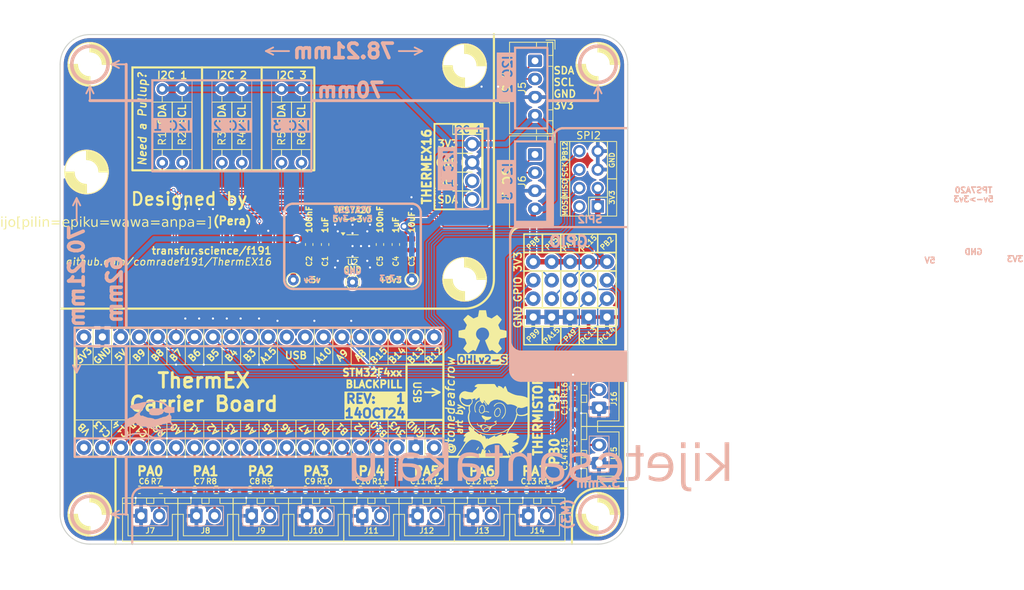
<source format=kicad_pcb>
(kicad_pcb (version 20240108) (generator "pcbnew") (generator_version "8.0")
  (layers (0 "F.Cu" signal) (31 "B.Cu" signal) (34 "B.Paste" user) (35 "F.Paste" user) (36 "B.SilkS" user "B.Silkscreen") (37 "F.SilkS" user "F.Silkscreen") (38 "B.Mask" user) (39 "F.Mask" user) (44 "Edge.Cuts" user))
  (net 0 "")
  (net 1 "+5V")
  (net 2 "GND")
  (net 3 "VDDA")
  (net 4 "/ADC-0")
  (net 5 "/ADC-1")
  (net 6 "/ADC-2")
  (net 7 "/ADC-3")
  (net 8 "/ADC-4")
  (net 9 "/ADC-5")
  (net 10 "/ADC-6")
  (net 11 "/ADC-7")
  (net 12 "/ADC-8")
  (net 13 "/ADC-9")
  (net 14 "/GPIO-9")
  (net 15 "/GPIO-11")
  (net 16 "/GPIO-6")
  (net 17 "/GPIO-8")
  (net 18 "/GPIO-3")
  (net 19 "/GPIO-12")
  (net 20 "/GPIO-10")
  (net 21 "/GPIO-4")
  (net 22 "/GPIO-2")
  (net 23 "/GPIO-5")
  (net 24 "/GPIO-1")
  (net 25 "+3V3")
  (net 26 "/SPI2-SCK")
  (net 27 "/SPI2-MOSI")
  (net 28 "/SPI2-MISO")
  (net 29 "/I2C-SCL-2")
  (net 30 "/I2C-SDA-2")
  (net 31 "/I2C-SDA-3")
  (net 32 "/I2C-SCL-3")
  (net 33 "/I2C-SDA-1")
  (net 34 "/I2C-SCL-1")
  (footprint "Capacitor_SMD:C_0603_1608Metric" (layer "F.Cu") (at 151.004 51.264 -90)
    (property "Reference" "C4")
    (property "Value" "1uF")
  )
  (footprint "Capacitor_SMD:C_0603_1608Metric" (layer "F.Cu") (at 115.673 85.067 180)
    (property "Reference" "C6")
    (property "Value" "100nF")
  )
  (footprint "Resistor_SMD:R_0603_1608Metric" (layer "F.Cu") (at 118.633 85.067 180)
    (property "Reference" "R7")
    (property "Value" "4.7kΩ")
  )
  (footprint "Resistor_THT:R_Axial_DIN0207_L6.3mm_D2.5mm_P10.16mm_Horizontal" (layer "F.Cu") (at 121.555 39.991752 90)
    (property "Reference" "R2")
    (property "Value" "DNP")
  )
  (footprint "CustomFootprints:JST-XH_1x02-V ~ Custom" (layer "F.Cu") (at 155.253 88.647)
    (property "Reference" "J12")
    (property "Value" "1x2-JSTXH")
  )
  (footprint "CustomFootprints:M3 Mounting Hole ~ Classic" (layer "F.Cu") (at 108.848 26.442)
    (property "Reference" "H1" (hide yes))
    (property "Value" "M3 Mounting Hole")
  )
  (footprint "Resistor_SMD:R_0603_1608Metric" (layer "F.Cu") (at 175.423 78.657 -90)
    (property "Reference" "R15")
    (property "Value" "4.7kΩ")
  )
  (footprint "Resistor_SMD:R_0603_1608Metric" (layer "F.Cu") (at 133.873 85.067 180)
    (property "Reference" "R9")
    (property "Value" "4.7kΩ")
  )
  (footprint "Connector_PinHeader_2.54mm:PinHeader_2x05_P2.54mm_Vertical" (layer "F.Cu") (at 169.936 58.723 90)
    (property "Reference" "J2" (hide yes))
    (property "Value" "2.54_2x5-M")
  )
  (footprint "Resistor_SMD:R_0603_1608Metric" (layer "F.Cu") (at 156.733 85.067 180)
    (property "Reference" "R12")
    (property "Value" "4.7kΩ")
  )
  (footprint "Resistor_THT:R_Axial_DIN0207_L6.3mm_D2.5mm_P10.16mm_Horizontal" (layer "F.Cu") (at 137.995 39.991752 90)
    (property "Reference" "R6")
    (property "Value" "DNP")
  )
  (footprint "Resistor_THT:R_Axial_DIN0207_L6.3mm_D2.5mm_P10.16mm_Horizontal" (layer "F.Cu") (at 129.775 39.991752 90)
    (property "Reference" "R4")
    (property "Value" "DNP")
  )
  (footprint "Connector_PinHeader_2.54mm:PinHeader_2x04_P2.54mm_Vertical" (layer "F.Cu") (at 178.826 46.023 180)
    (property "Reference" "J4" (hide yes))
    (property "Value" "2.54_2x4-M")
  )
  (footprint "Capacitor_SMD:C_0603_1608Metric" (layer "F.Cu") (at 175.423 81.617 -90)
    (property "Reference" "C14")
    (property "Value" "100nF")
  )
  (footprint "Capacitor_SMD:C_0603_1608Metric" (layer "F.Cu") (at 175.423 73.997 -90)
    (property "Reference" "C15")
    (property "Value" "100nF")
  )
  (footprint "CustomFootprints:Socketed MCU - STM32 BlackPill" (layer "F.Cu") (at 132.153 71.626)
    (property "Reference" "U1" (hide yes))
    (property "Value" "~")
  )
  (footprint "Resistor_SMD:R_0603_1608Metric" (layer "F.Cu") (at 175.423 71.037 -90)
    (property "Reference" "R16")
    (property "Value" "4.7kΩ")
  )
  (footprint "LOGO" (layer "F.Cu") (at 164.211 75.487)
    (property "Reference" "G***" (hide yes))
    (property "Value" "LOGO" (hide yes))
  )
  (footprint "Resistor_SMD:R_0603_1608Metric" (layer "F.Cu") (at 141.493 85.067 180)
    (property "Reference" "R10")
    (property "Value" "4.7kΩ")
  )
  (footprint "CustomFootprints:JST-XH_1x02-V ~ Custom" (layer "F.Cu") (at 124.773 88.647)
    (property "Reference" "J8")
    (property "Value" "1x2-JSTXH")
  )
  (footprint "CustomFootprints:JST-XH_1x02-V ~ Custom" (layer "F.Cu") (at 132.393 88.647)
    (property "Reference" "J9")
    (property "Value" "1x2-JSTXH")
  )
  (footprint "Capacitor_SMD:C_0603_1608Metric" (layer "F.Cu") (at 169.013 85.067 180)
    (property "Reference" "C13")
    (property "Value" "100nF")
  )
  (footprint "Resistor_SMD:R_0603_1608Metric" (layer "F.Cu") (at 171.973 85.067 180)
    (property "Reference" "R14")
    (property "Value" "4.7kΩ")
  )
  (footprint "Connector_JST:JST_XH_B4B-XH-A_1x04_P2.50mm_Vertical" (layer "F.Cu") (at 170.18 25.957 -90)
    (property "Reference" "J5")
    (property "Value" "1x4-JSTXH")
  )
  (footprint "Capacitor_SMD:C_0603_1608Metric" (layer "F.Cu") (at 148.814 51.264 -90)
    (property "Reference" "C5")
    (property "Value" "100nF")
  )
  (footprint "CustomFootprints:JST-XH_1x02-V ~ Custom" (layer "F.Cu") (at 179.003 80.137 90)
    (property "Reference" "J15")
    (property "Value" "1x2-JSTXH")
  )
  (footprint "CustomFootprints:M3 Mounting Hole ~ Classic" (layer "F.Cu") (at 108.848 88.442)
    (property "Reference" "H3" (hide yes))
    (property "Value" "M3 Mounting Hole")
  )
  (footprint "TestPoint:TestPoint_THTPad_D1.5mm_Drill0.7mm" (layer "F.Cu") (at 153.194 56.144)
    (property "Reference" "TP2" (hide yes))
    (property "Value" "TestPoint")
  )
  (footprint "CustomFootprints:JST-XH_1x02-V ~ Custom" (layer "F.Cu") (at 162.873 88.647)
    (property "Reference" "J13")
    (property "Value" "1x2-JSTXH")
  )
  (footprint "Resistor_THT:R_Axial_DIN0207_L6.3mm_D2.5mm_P10.16mm_Horizontal" (layer "F.Cu") (at 118.815 39.991752 90)
    (property "Reference" "R1")
    (property "Value" "DNP")
  )
  (footprint "Connector_JST:JST_XH_B4B-XH-A_1x04_P2.50mm_Vertical" (layer "F.Cu") (at 170.18 38.857 -90)
    (property "Reference" "J6")
    (property "Value" "1x4-JSTXH")
  )
  (footprint "Resistor_THT:R_Axial_DIN0207_L6.3mm_D2.5mm_P10.16mm_Horizontal" (layer "F.Cu") (at 135.255 39.991752 90)
    (property "Reference" "R5")
    (property "Value" "DNP")
  )
  (footprint "Capacitor_SMD:C_0603_1608Metric" (layer "F.Cu") (at 138.533 85.067 180)
    (property "Reference" "C9")
    (property "Value" "100nF")
  )
  (footprint "Capacitor_SMD:C_0603_1608Metric" (layer "F.Cu") (at 153.773 85.067 180)
    (property "Reference" "C11")
    (property "Value" "100nF")
  )
  (footprint "CustomFootprints:JST-XH_1x02-V ~ Custom" (layer "F.Cu") (at 170.493 88.647)
    (property "Reference" "J14")
    (property "Value" "1x2-JSTXH")
  )
  (footprint "Capacitor_SMD:C_0603_1608Metric" (layer "F.Cu") (at 161.393 85.067 180)
    (property "Reference" "C12")
    (property "Value" "100nF")
  )
  (footprint "Resistor_SMD:R_0603_1608Metric" (layer "F.Cu") (at 126.253 85.067 180)
    (property "Reference" "R8")
    (property "Value" "4.7kΩ")
  )
  (footprint "Resistor_SMD:R_0603_1608Metric" (layer "F.Cu") (at 164.353 85.067 180)
    (property "Reference" "R13")
    (property "Value" "4.7kΩ")
  )
  (footprint "Capacitor_SMD:C_0603_1608Metric" (layer "F.Cu") (at 139.064 51.264 -90)
    (property "Reference" "C2")
    (property "Value" "100nF")
  )
  (footprint "Capacitor_SMD:C_0603_1608Metric" (layer "F.Cu") (at 141.254 51.264 -90)
    (property "Reference" "C1")
    (property "Value" "1uF")
  )
  (footprint "Connector_PinHeader_2.54mm:PinHeader_1x05_P2.54mm_Vertical" (layer "F.Cu") (at 169.936 53.643 90)
    (property "Reference" "J3" (hide yes))
    (property "Value" "2.54_1x5-M")
  )
  (footprint "TestPoint:TestPoint_THTPad_D1.5mm_Drill0.7mm" (layer "F.Cu") (at 136.874 56.144)
    (property "Reference" "TP1" (hide yes))
    (property "Value" "TestPoint")
  )
  (footprint "CustomFootprints:JST-XH_1x02-V ~ Custom" (layer "F.Cu") (at 140.013 88.647)
    (property "Reference" "J10")
    (property "Value" "1x2-JSTXH")
  )
  (footprint "CustomFootprints:JST-XH_1x02-V ~ Custom" (layer "F.Cu") (at 117.153 88.647)
    (property "Reference" "J7")
    (property "Value" "1x2-JSTXH")
  )
  (footprint "Capacitor_SMD:C_0603_1608Metric" (layer "F.Cu") (at 130.913 85.067 180)
    (property "Reference" "C8")
    (property "Value" "100nF")
  )
  (footprint "Symbol:OSHW-Symbol_6.7x6mm_SilkScreen" (layer "F.Cu") (at 162.9402 63.2968)
    (property "Reference" "REF**" (hide yes))
    (property "Value" "OSHW-Symbol_6.7x6mm_SilkScreen" (hide yes))
  )
  (footprint "Connector_PinHeader_2.54mm:PinHeader_1x05_P2.54mm_Vertical" (layer "F.Cu") (at 169.936 61.263 90)
    (property "Reference" "J1" (hide yes))
    (property "Value" "2.54_1x5-M")
  )
  (footprint "CustomFootprints:JST-XH_1x02-V ~ Custom" (layer "F.Cu") (at 147.633 88.647)
    (property "Reference" "J11")
    (property "Value" "1x2-JSTXH")
  )
  (footprint "TestPoint:TestPoint_THTPad_D1.5mm_Drill0.7mm" (layer "F.Cu") (at 145.034 56.4488)
    (property "Reference" "TP3" (hide yes))
    (property "Value" "TestPoint")
  )
  (footprint "CustomFootprints:M3 Mounting Hole ~ Classic" (layer "F.Cu") (at 178.848 26.442)
    (property "Reference" "H2" (hide yes))
    (property "Value" "M3 Mounting Hole")
  )
  (footprint "Capacitor_SMD:C_0603_1608Metric" (layer "F.Cu") (at 153.194 51.264 -90)
    (property "Reference" "C3")
    (property "Value" "10uF")
  )
  (footprint "Capacitor_SMD:C_0603_1608Metric" (layer "F.Cu") (at 123.293 85.067 180)
    (property "Reference" "C7")
    (property "Value" "100nF")
  )
  (footprint "CustomFootprints:M3 Mounting Hole ~ Classic" (layer "F.Cu") (at 178.848 88.442)
    (property "Reference" "H4" (hide yes))
    (property "Value" "M3 Mounting Hole")
  )
  (footprint "Package_TO_SOT_SMD:SOT-23-5" (layer "F.Cu") (at 145.034 51.484)
    (property "Reference" "U2")
    (property "Value" "TPS7A2033PDBVR")
  )
  (footprint "LOGO" (layer "F.Cu") (at 164.211 75.487)
    (property "Reference" "G***" (hide yes))
    (property "Value" "LOGO" (hide yes))
  )
  (footprint "Capacitor_SMD:C_0603_1608Metric" (layer "F.Cu") (at 146.153 85.067 180)
    (property "Reference" "C10")
    (property "Value" "100nF")
  )
  (footprint "CustomFootprints:ThermEX16" (layer "F.Cu") (at 134.7566 41.346)
    (property "Reference" "U3" (hide yes))
    (property "Value" "ThermEX16 Slot")
  )
  (footprint "Resistor_THT:R_Axial_DIN0207_L6.3mm_D2.5mm_P10.16mm_Horizontal" (layer "F.Cu") (at 127.035 39.991752 90)
    (property "Reference" "R3")
    (property "Value" "DNP")
  )
  (footprint "CustomFootprints:JST-XH_1x02-V ~ Custom" (layer "F.Cu") (at 179.003 72.517 90)
    (property "Reference" "J16")
    (property "Value" "1x2-JSTXH")
  )
  (footprint "Resistor_SMD:R_0603_1608Metric" (layer "F.Cu") (at 149.113 85.067 180)
    (property "Reference" "R11")
    (property "Value" "4.7kΩ")
  )
  (footprint "LOGO" (layer "B.Cu") (at 117.2464 75.7428 180)
    (property "Reference" "G***" (hide yes))
    (property "Value" "LOGO" (hide yes))
  )
  (gr_line (start 106.519245 67.90375) (end 107.019245 68.90375) (stroke (width 0.25)) (layer "B.SilkS"))
  (gr_arc (start 114.678 86.257) (mid 115.11734 85.19634) (end 116.178 84.757) (stroke (width 0.3)) (layer "B.SilkS"))
  (gr_line (start 112.847996 26.942004) (end 111.847996 26.442004) (stroke (width 0.25)) (layer "B.SilkS"))
  (gr_rect (start 125.7094 33.8836) (end 131.145 33.9852) (stroke (width 0.1)) (fill solid) (layer "B.SilkS"))
  (gr_rect (start 167.43 37.057) (end 171.88 48.157) (stroke (width 0.3)) (fill none) (layer "B.SilkS"))
  (gr_line (start 182.88 66.04) (end 168.251 66.04) (stroke (width 0.3)) (layer "B.SilkS"))
  (gr_rect (start 130.9418 33.9852) (end 131.145 35.7124) (stroke (width 0.1)) (fill solid) (layer "B.SilkS"))
  (gr_arc (start 168.251 70.042) (mid 167.19034 69.60266) (end 166.751 68.542) (stroke (width 0.3)) (layer "B.SilkS"))
  (gr_line (start 153.597999 24.113251) (end 154.597999 24.613251) (stroke (width 0.25)) (layer "B.SilkS"))
  (gr_rect (start 117.445 28.641752) (end 122.925 41.181752) (stroke (width 0.1)) (fill none) (layer "B.SilkS"))
  (gr_arc (start 168.251 66.04) (mid 167.19034 65.60066) (end 166.751 64.54) (stroke (width 0.3)) (layer "B.SilkS"))
  (gr_arc (start 135.624 46.892) (mid 135.990117 46.008117) (end 136.874 45.642) (stroke (width 0.3)) (layer "B.SilkS"))
  (gr_line (start 108.347996 30.442004) (end 108.847996 29.442004) (stroke (width 0.25)) (layer "B.SilkS"))
  (gr_rect (start 157.226 43.366) (end 159.2932 43.7724) (stroke (width 0.1)) (fill solid) (layer "B.SilkS"))
  (gr_line (start 106.519245 45.876) (end 107.019245 44.876) (stroke (width 0.25)) (layer "B.SilkS"))
  (gr_circle (center 108.847996 26.442004) (end 111.347996 26.442004) (stroke (width 0.5)) (fill none) (layer "B.SilkS"))
  (gr_line (start 182.88 70.042) (end 176.613 70.042) (stroke (width 0.3)) (layer "B.SilkS"))
  (gr_rect (start 165.3628 39.6606) (end 167.43 40.067) (stroke (width 0.1)) (fill solid) (layer "B.SilkS"))
  (gr_rect (start 166.751 66.04) (end 168.251 68.542) (stroke (width 0.3)) (fill solid) (layer "B.SilkS"))
  (gr_line (start 182.88 35.228) (end 174.13 35.228) (stroke (width 0.3)) (layer "B.SilkS"))
  (gr_line (start 107.019245 68.90375) (end 107.019245 65.71625) (stroke (width 0.25)) (layer "B.SilkS"))
  (gr_line (start 179.347996 30.442004) (end 178.847996 29.442004) (stroke (width 0.25)) (layer "B.SilkS"))
  (gr_line (start 153.194 45.642) (end 136.874 45.642) (stroke (width 0.3)) (layer "B.SilkS"))
  (gr_line (start 159.1564 43.366) (end 159.1564 38.286) (stroke (width 0.3)) (layer "B.SilkS"))
  (gr_line (start 112.847996 25.942004) (end 111.847996 26.442004) (stroke (width 0.25)) (layer "B.SilkS"))
  (gr_rect (start 167.43 48.157) (end 172.63 48.866) (stroke (width 0.3)) (fill solid) (layer "B.SilkS"))
  (gr_line (start 134.097999 25.113251) (end 133.097999 24.613251) (stroke (width 0.25)) (layer "B.SilkS"))
  (gr_line (start 107.019245 44.876) (end 107.019245 48.0635) (stroke (width 0.25)) (layer "B.SilkS"))
  (gr_rect (start 157.226 37.8796) (end 159.2932 38.286) (stroke (width 0.1)) (fill solid) (layer "B.SilkS"))
  (gr_circle (center 108.847996 88.442004) (end 108.847996 85.942004) (stroke (width 0.5)) (fill none) (layer "B.SilkS"))
  (gr_line (start 175.113 70.042) (end 175.113 81.757002) (stroke (width 0.3)) (layer "B.SilkS"))
  (gr_rect (start 133.885 28.641752) (end 139.365 41.181752) (stroke (width 0.1)) (fill none) (layer "B.SilkS"))
  (gr_rect (start 165.4488 25.2644) (end 167.43 30.3444) (stroke (width 0.1)) (fill none) (layer "B.SilkS"))
  (gr_arc (start 136.874 57.394) (mid 135.990117 57.027883) (end 135.624 56.144) (stroke (width 0.3)) (layer "B.SilkS"))
  (gr_rect (start 133.9294 35.7124) (end 139.365 35.814) (stroke (width 0.1)) (fill solid) (layer "B.SilkS"))
  (gr_rect (start 117.445 28.641752) (end 139.365 41.181752) (stroke (width 0.3)) (fill none) (layer "B.SilkS"))
  (gr_rect (start 164.9564 30.7508) (end 167.3352 31.442004) (stroke (width 0.1)) (fill solid) (layer "B.SilkS"))
  (gr_rect (start 168.251 66.04) (end 182.88 70.042) (stroke (width 0.3)) (fill solid) (layer "B.SilkS"))
  (gr_rect (start 125.7094 35.7124) (end 131.145 35.814) (stroke (width 0.1)) (fill solid) (layer "B.SilkS"))
  (gr_line (start 107.519245 67.90375) (end 107.019245 68.90375) (stroke (width 0.25)) (layer "B.SilkS"))
  (gr_rect (start 164.9564 24.858) (end 165.3628 30.7508) (stroke (width 0.1)) (fill solid) (layer "B.SilkS"))
  (gr_poly (pts (xy 168.251 70.042) (xy 168.251 68.542) (xy 166.751 68.542) (xy 167.19034 69.60266)) (stroke (width 0.1)) (fill solid) (layer "B.SilkS"))
  (gr_rect (start 171.88 37.057) (end 172.63 48.157) (stroke (width 0.3)) (fill solid) (layer "B.SilkS"))
  (gr_line (start 108.847996 29.442004) (end 108.847996 31.442004) (stroke (width 0.25)) (layer "B.SilkS"))
  (gr_arc (start 154.444 56.144) (mid 154.077883 57.027883) (end 153.194 57.394) (stroke (width 0.3)) (layer "B.SilkS"))
  (gr_circle (center 178.847998 26.442002) (end 181.347998 26.442002) (stroke (width 0.5)) (fill none) (layer "B.SilkS"))
  (gr_line (start 134.097999 24.113251) (end 133.097999 24.613251) (stroke (width 0.25)) (layer "B.SilkS"))
  (gr_rect (start 165.4488 40.067) (end 167.43 45.147) (stroke (width 0.1)) (fill none) (layer "B.SilkS"))
  (gr_line (start 154.597999 24.613251) (end 151.410499 24.613251) (stroke (width 0.25)) (layer "B.SilkS"))
  (gr_line (start 153.194 57.394) (end 136.874 57.394) (stroke (width 0.3)) (layer "B.SilkS"))
  (gr_arc (start 153.194 45.642) (mid 154.077883 46.008117) (end 154.444 46.892) (stroke (width 0.3)) (layer "B.SilkS"))
  (gr_line (start 135.624 46.892) (end 135.624 56.144) (stroke (width 0.3)) (layer "B.SilkS"))
  (gr_rect (start 125.665 28.641752) (end 131.145 41.181752) (stroke (width 0.1)) (fill none) (layer "B.SilkS"))
  (gr_line (start 178.347996 30.442004) (end 178.847996 29.442004) (stroke (width 0.25)) (layer "B.SilkS"))
  (gr_rect (start 159.2932 35.276) (end 163.7432 46.376) (stroke (width 0.3)) (fill none) (layer "B.SilkS"))
  (gr_poly (pts (xy 166.751 66.04) (xy 166.751 64.54) (xy 166.751 64.915) (xy 166.97067 65.82033) (xy 167.876 66.04)) (stroke (width 0.3)) (fill solid) (layer "B.SilkS"))
  (gr_line (start 172.63 48.866) (end 172.63 36.728) (stroke (width 0.3)) (layer "B.SilkS"))
  (gr_line (start 167.2932 45.147) (end 167.2932 40.067) (stroke (width 0.3)) (layer "B.SilkS"))
  (gr_rect (start 165.3628 45.147) (end 167.43 45.5534) (stroke (width 0.1)) (fill solid) (layer "B.SilkS"))
  (gr_line (start 112.848 88.942) (end 111.848 88.442) (stroke (width 0.25)) (layer "B.SilkS"))
  (gr_arc (start 166.751 50.08266) (mid 167.19034 49.022) (end 168.251 48.58266) (stroke (width 0.3)) (layer "B.SilkS"))
  (gr_line (start 111.847996 26.442004) (end 113.847996 26.442004) (stroke (width 0.25)) (layer "B.SilkS"))
  (gr_line (start 182.88 48.866) (end 168.251 48.866) (stroke (width 0.3)) (layer "B.SilkS"))
  (gr_line (start 111.848 88.442) (end 113.848 88.442) (stroke (width 0.25)) (layer "B.SilkS"))
  (gr_line (start 178.847996 29.442004) (end 178.847996 31.442004) (stroke (width 0.25)) (layer "B.SilkS"))
  (gr_rect (start 167.43 24.157) (end 171.88 35.257) (stroke (width 0.3)) (fill none) (layer "B.SilkS"))
  (gr_rect (start 165.3628 24.858) (end 167.43 25.2644) (stroke (width 0.1)) (fill solid) (layer "B.SilkS"))
  (gr_rect (start 156.8196 37.8796) (end 157.226 43.7724) (stroke (width 0.1)) (fill solid) (layer "B.SilkS"))
  (gr_rect (start 117.4386 35.7124) (end 122.925 35.814) (stroke (width 0.1)) (fill solid) (layer "B.SilkS"))
  (gr_line (start 109.347996 30.442004) (end 108.847996 29.442004) (stroke (width 0.25)) (layer "B.SilkS"))
  (gr_rect (start 117.4386 33.8836) (end 122.925 33.9852) (stroke (width 0.1)) (fill solid) (layer "B.SilkS"))
  (gr_line (start 153.597999 25.113251) (end 154.597999 24.613251) (stroke (width 0.25)) (layer "B.SilkS"))
  (gr_line (start 167.3352 31.442004) (end 139.446 31.4452) (stroke (width 0.4)) (layer "B.SilkS"))
  (gr_rect (start 165.3628 30.3444) (end 167.43 30.7508) (stroke (width 0.1)) (fill solid) (layer "B.SilkS"))
  (gr_rect (start 133.9294 33.9852) (end 134.0818 35.7124) (stroke (width 0.1)) (fill solid) (layer "B.SilkS"))
  (gr_rect (start 164.9564 39.6606) (end 165.3628 45.5534) (stroke (width 0.1)) (fill solid) (layer "B.SilkS"))
  (gr_line (start 113.847996 62.6364) (end 113.847996 26.442004) (stroke (width 0.4)) (layer "B.SilkS"))
  (gr_rect (start 133.9294 33.8836) (end 139.365 33.9852) (stroke (width 0.1)) (fill solid) (layer "B.SilkS"))
  (gr_line (start 167.2932 30.3444) (end 167.2932 25.2644) (stroke (width 0.3)) (layer "B.SilkS"))
  (gr_line (start 117.348 31.4452) (end 108.847996 31.442004) (stroke (width 0.4)) (layer "B.SilkS"))
  (gr_line (start 113.848 77.8764) (end 113.848 65.3796) (stroke (width 0.4)) (layer "B.SilkS"))
  (gr_rect (start 125.7094 33.9852) (end 125.8618 35.7124) (stroke (width 0.1)) (fill solid) (layer "B.SilkS"))
  (gr_rect (start 157.312 38.286) (end 159.2932 43.366) (stroke (width 0.1)) (fill none) (layer "B.SilkS"))
  (gr_circle (center 178.847996 88.442004) (end 176.347996 88.442004) (stroke (width 0.5)) (fill none) (layer "B.SilkS"))
  (gr_line (start 107.519245 45.876) (end 107.019245 44.876) (stroke (width 0.25)) (layer "B.SilkS"))
  (gr_line (start 112.848 87.942) (end 111.848 88.442) (stroke (width 0.25)) (layer "B.SilkS"))
  (gr_line (start 114.678 92.524) (end 114.678 86.257) (stroke (width 0.3)) (layer "B.SilkS"))
  (gr_rect (start 139.1618 33.9852) (end 139.365 35.7124) (stroke (width 0.1)) (fill solid) (layer "B.SilkS"))
  (gr_line (start 178.847996 31.442004) (end 171.958 31.4452) (stroke (width 0.4)) (layer "B.SilkS"))
  (gr_line (start 166.751 50.08266) (end 166.751 64.54) (stroke (width 0.3)) (layer "B.SilkS"))
  (gr_rect (start 122.7218 33.9852) (end 122.925 35.7124) (stroke (width 0.1)) (fill solid) (layer "B.SilkS"))
  (gr_line (start 133.097999 24.613251) (end 136.285499 24.613251) (stroke (width 0.25)) (layer "B.SilkS"))
  (gr_line (start 154.444 46.892) (end 154.444 56.144) (stroke (width 0.3)) (layer "B.SilkS"))
  (gr_rect (start 106.753 77.976) (end 157.553 80.516) (stroke (width 0.3)) (fill none) (layer "B.SilkS"))
  (gr_line (start 116.178 84.757) (end 172.113002 84.757) (stroke (width 0.3)) (layer "B.SilkS"))
  (gr_rect (start 106.753 62.736) (end 157.553 65.276) (stroke (width 0.3)) (fill none) (layer "B.SilkS"))
  (gr_arc (start 175.113 81.757002) (mid 174.23432 83.87832) (end 172.113002 84.757) (stroke (width 0.3)) (layer "B.SilkS"))
  (gr_line (start 113.848 88.442) (end 113.848 80.6196) (stroke (width 0.4)) (layer "B.SilkS"))
  (gr_arc (start 172.63 36.728) (mid 173.06934 35.66734) (end 174.13 35.228) (stroke (width 0.3)) (layer "B.SilkS"))
  (gr_line (start 112.376 80.516) (end 166.243 80.516) (stroke (width 0.3)) (layer "F.SilkS"))
  (gr_arc (start 153.194 45.642) (mid 154.077876 46.008118) (end 154.444 46.892) (stroke (width 0.3)) (layer "F.SilkS"))
  (gr_line (start 160.4762 60.101) (end 104.816 60.101) (stroke (width 0.3)) (layer "F.SilkS"))
  (gr_line (start 157.553 80.516) (end 157.553 62.736) (stroke (width 0.3)) (layer "F.SilkS"))
  (gr_arc (start 166.751 50.366) (mid 167.19034 49.30534) (end 168.251 48.866) (stroke (width 0.3)) (layer "F.SilkS"))
  (gr_line (start 176.276 59.993) (end 176.276 54.913) (stroke (width 0.2)) (layer "F.SilkS"))
  (gr_line (start 157.553 75.436) (end 152.473 75.436) (stroke (width 0.3)) (layer "F.SilkS"))
  (gr_line (start 182.88 67.74) (end 170.791 67.74) (stroke (width 0.3)) (layer "F.SilkS"))
  (gr_arc (start 172.63 36.728) (mid 173.06934 35.66734) (end 174.13 35.228) (stroke (width 0.3)) (layer "F.SilkS"))
  (gr_line (start 153.194 45.642) (end 136.874 45.642) (stroke (width 0.3)) (layer "F.SilkS"))
  (gr_rect (start 173.736 62.533) (end 176.276 65.073) (stroke (width 0.2)) (fill none) (layer "F.SilkS"))
  (gr_arc (start 164.516192 56.061004) (mid 163.332903 58.917709) (end 160.476196 60.101) (stroke (width 0.3)) (layer "F.SilkS"))
  (gr_line (start 152.473 75.436) (end 152.473 67.816) (stroke (width 0.3)) (layer "F.SilkS"))
  (gr_rect (start 178.816 49.833) (end 181.356 52.373) (stroke (width 0.2)) (fill none) (layer "F.SilkS"))
  (gr_rect (start 176.276 49.833) (end 178.816 52.373) (stroke (width 0.2)) (fill none) (layer "F.SilkS"))
  (gr_rect (start 173.686 42.213) (end 174.956 44.783) (stroke (width 0.12)) (fill none) (layer "F.SilkS"))
  (gr_rect (start 180.156 42.213) (end 181.426 47.353) (stroke (width 0.12)) (fill none) (layer "F.SilkS"))
  (gr_line (start 157.553 67.816) (end 152.473 67.816) (stroke (width 0.3)) (layer "F.SilkS"))
  (gr_arc (start 172.63 47.366) (mid 172.19066 48.42666) (end 171.13 48.866) (stroke (width 0.3)) (layer "F.SilkS"))
  (gr_arc (start 168.251 66.04) (mid 167.19034 65.60066) (end 166.751 64.54) (stroke (width 0.3)) (layer "F.SilkS"))
  (gr_line (start 153.194 57.394) (end 136.874 57.394) (stroke (width 0.3)) (layer "F.SilkS"))
  (gr_rect (start 173.736 49.833) (end 176.276 52.373) (stroke (width 0.2)) (fill none) (layer "F.SilkS"))
  (gr_line (start 171.13 48.866) (end 168.251 48.866) (stroke (width 0.3)) (layer "F.SilkS"))
  (gr_line (start 112.376 92.524) (end 112.376 80.516) (stroke (width 0.3)) (layer "F.SilkS"))
  (gr_line (start 175.27 88.442002) (end 175.27 92.524) (stroke (width 0.3)) (layer "F.SilkS"))
  (gr_arc (start 169.291 69.24) (mid 169.73034 68.17934) (end 170.791 67.74) (stroke (width 0.3)) (layer "F.SilkS"))
  (gr_line (start 121.993 46.375752) (end 122.301 45.410752) (stroke (width 0.1)) (layer "F.SilkS"))
  (gr_line (start 154.444 46.892) (end 154.444 56.144) (stroke (width 0.3)) (layer "F.SilkS"))
  (gr_rect (start 173.686 44.783) (end 174.956 47.353) (stroke (width 0.12)) (fill none) (layer "F.SilkS"))
  (gr_line (start 178.847998 84.864004) (end 182.88 84.864004) (stroke (width 0.3)) (layer "F.SilkS"))
  (gr_line (start 182.88 66.04) (end 168.251 66.04) (stroke (width 0.3)) (layer "F.SilkS"))
  (gr_rect (start 156.3204 34.6438) (end 162.9664 46.4268) (stroke (width 0.25)) (fill none) (layer "F.SilkS"))
  (gr_line (start 172.63 47.366) (end 172.63 36.728) (stroke (width 0.3)) (layer "F.SilkS"))
  (gr_rect (start 168.656 59.993) (end 181.356 62.533) (stroke (width 0.2)) (fill none) (layer "F.SilkS"))
  (gr_line (start 169.291 69.264) (end 169.291 77.519) (stroke (width 0.3)) (layer "F.SilkS"))
  (gr_rect (start 173.686 37.073) (end 174.956 39.643) (stroke (width 0.12)) (fill none) (layer "F.SilkS"))
  (gr_rect (start 170.2816 66.04) (end 171.1452 67.74) (stroke (width 0.1)) (fill solid) (layer "F.SilkS"))
  (gr_line (start 173.736 59.993) (end 173.736 54.913) (stroke (width 0.2)) (layer "F.SilkS"))
  (gr_rect (start 176.276 62.533) (end 178.816 65.073) (stroke (width 0.2)) (fill none) (layer "F.SilkS"))
  (gr_rect (start 168.656 52.373) (end 181.356 54.913) (stroke (width 0.2)) (fill none) (layer "F.SilkS"))
  (gr_rect (start 168.656 49.833) (end 171.196 52.373) (stroke (width 0.2)) (fill none) (layer "F.SilkS"))
  (gr_line (start 121.993 46.375752) (end 122.301 45.410752) (stroke (width 0.1)) (layer "F.SilkS"))
  (gr_line (start 164.5162 56.061) (end 164.5162 22.264) (stroke (width 0.3)) (layer "F.SilkS"))
  (gr_rect (start 171.196 62.533) (end 173.736 65.073) (stroke (width 0.2)) (fill none) (layer "F.SilkS"))
  (gr_arc (start 136.874 57.394) (mid 135.990117 57.027883) (end 135.624 56.144) (stroke (width 0.3)) (layer "F.SilkS"))
  (gr_rect (start 171.196 49.833) (end 173.736 52.373) (stroke (width 0.2)) (fill none) (layer "F.SilkS"))
  (gr_arc (start 154.444 56.144) (mid 154.077883 57.027883) (end 153.194 57.394) (stroke (width 0.3)) (layer "F.SilkS"))
  (gr_line (start 106.753 80.516) (end 112.376 80.516) (stroke (width 0.3)) (layer "F.SilkS"))
  (gr_rect (start 168.656 62.533) (end 171.196 65.073) (stroke (width 0.2)) (fill none) (layer "F.SilkS"))
  (gr_line (start 171.196 59.993) (end 171.196 54.913) (stroke (width 0.2)) (layer "F.SilkS"))
  (gr_line (start 135.624 46.892) (end 135.624 56.144) (stroke (width 0.3)) (layer "F.SilkS"))
  (gr_rect (start 178.816 62.533) (end 181.356 65.073) (stroke (width 0.2)) (fill none) (layer "F.SilkS"))
  (gr_line (start 106.753 80.516) (end 106.753 62.736) (stroke (width 0.3)) (layer "F.SilkS"))
  (gr_line (start 157.553 62.736) (end 106.753 62.736) (stroke (width 0.3)) (layer "F.SilkS"))
  (gr_line (start 124.295 41.041752) (end 124.295 26.865252) (stroke (width 0.3)) (layer "F.SilkS"))
  (gr_line (start 166.751 50.366) (end 166.751 64.54) (stroke (width 0.3)) (layer "F.SilkS"))
  (gr_line (start 132.515 41.041752) (end 132.515 26.865252) (stroke (width 0.3)) (layer "F.SilkS"))
  (gr_arc (start 169.291 77.516002) (mid 168.41232 79.63732) (end 166.291002 80.516) (stroke (width 0.3)) (layer "F.SilkS"))
  (gr_line (start 178.816 59.993) (end 178.816 54.913) (stroke (width 0.2)) (layer "F.SilkS"))
  (gr_line (start 178.816 52.373) (end 181.356 52.373) (stroke (width 0.1)) (layer "F.SilkS"))
  (gr_arc (start 135.624 46.892) (mid 135.990117 46.008117) (end 136.874 45.642) (stroke (width 0.3)) (layer "F.SilkS"))
  (gr_line (start 182.88 35.228) (end 174.13 35.228) (stroke (width 0.3)) (layer "F.SilkS"))
  (gr_line (start 142.313 80.516) (end 139.773 80.516) (stroke (width 0.1)) (layer "F.SilkS"))
  (gr_rect (start 168.656 54.913) (end 181.356 59.993) (stroke (width 0.2)) (fill none) (layer "F.SilkS"))
  (gr_arc (start 175.27 88.442002) (mid 176.317971 85.911973) (end 178.847998 84.864004) (stroke (width 0.3)) (layer "F.SilkS"))
  (gr_rect (start 114.705 26.865252) (end 139.7635 41.041752) (stroke (width 0.3)) (fill none) (layer "F.SilkS"))
  (gr_rect (start 173.686 39.643) (end 174.956 42.213) (stroke (width 0.12)) (fill none) (layer "F.SilkS"))
  (gr_rect (start 180.156 37.073) (end 181.426 42.213) (stroke (width 0.12)) (fill none) (layer "F.SilkS"))
  (gr_rect (start 177.6476 66.04) (end 182.88 67.74) (stroke (width 0.1)) (fill solid) (layer "F.SilkS"))
  (gr_line (start 178.848 22.337) (end 108.848 22.337) (stroke (width 0.15)) (layer "Edge.Cuts"))
  (gr_arc (start 178.848 22.337) (mid 181.750673 23.539327) (end 182.953 26.442) (stroke (width 0.15)) (layer "Edge.Cuts"))
  (gr_arc (start 108.848 92.547) (mid 105.945327 91.344673) (end 104.743 88.442) (stroke (width 0.15)) (layer "Edge.Cuts"))
  (gr_line (start 178.848 92.547) (end 108.848 92.547) (stroke (width 0.15)) (layer "Edge.Cuts"))
  (gr_line (start 182.953 88.442) (end 182.953 26.442) (stroke (width 0.15)) (layer "Edge.Cuts"))
  (gr_line (start 104.743 88.442) (end 104.743 26.442) (stroke (width 0.15)) (layer "Edge.Cuts"))
  (gr_arc (start 182.953 88.442) (mid 181.750673 91.344673) (end 178.848 92.547) (stroke (width 0.15)) (layer "Edge.Cuts"))
  (gr_arc (start 104.743 26.442) (mid 105.945327 23.539327) (end 108.848 22.337) (stroke (width 0.15)) (layer "Edge.Cuts"))
  (gr_text "I2C 2" (at 167.132 27.8265 90) (layer "B.SilkS" knockout) (effects (font (size 1.25 1.25) (thickness 0.25) (bold yes)) (justify bottom mirror)))
  (gr_text "GND" (at 145.034 54.9656 0) (layer "B.SilkS") (effects (font (size 0.8 0.8) (thickness 0.2) (bold yes)) (justify mirror)))
  (gr_text "62mm" (at 113.411 57.442002 90) (layer "B.SilkS") (effects (font (size 2 2) (thickness 0.5) (bold yes)) (justify bottom mirror)))
  (gr_text "I2C 1" (at 158.9952 40.826 90) (layer "B.SilkS" knockout) (effects (font (size 1.25 1.25) (thickness 0.25) (bold yes)) (justify bottom mirror)))
  (gr_text "70.21mm" (at 107.019245 55.626 90) (layer "B.SilkS") (effects (font (size 2 2) (thickness 0.5) (bold yes)) (justify mirror)))
  (gr_text "70mm" (at 144.78 31.180004 0) (layer "B.SilkS") (effects (font (size 2 2) (thickness 0.5) (bold yes)) (justify bottom mirror)))
  (gr_text "5v->3v3" (at 145.034 47.7012 0) (layer "B.SilkS") (effects (font (size 0.8 0.8) (thickness 0.2) (bold yes)) (justify mirror)))
  (gr_text "GND" (at 230.6 52.2776 0) (layer "B.SilkS") (effects (font (size 0.8 0.8) (thickness 0.2) (bold yes)) (justify mirror)))
  (gr_text "78.21mm" (at 143.847999 24.613251 0) (layer "B.SilkS") (effects (font (size 2 2) (thickness 0.5) (bold yes)) (justify mirror)))
  (gr_text "TPS7A20" (at 230.6 43.316283 0) (layer "B.SilkS") (effects (font (size 0.8 0.8) (thickness 0.2) (bold yes)) (justify top mirror)))
  (gr_text "5V" (at 223.742 53.446 0) (layer "B.SilkS") (effects (font (size 0.8 0.8) (thickness 0.2) (bold yes)) (justify right mirror)))
  (gr_text "I2C 3" (at 136.625 34.911752 0) (layer "B.SilkS" knockout) (effects (font (size 1.25 1.25) (thickness 0.25) (bold yes)) (justify mirror)))
  (gr_text "GPIO" (at 174.8155 50.849 0) (layer "B.SilkS") (effects (font (size 1.5 1.5) (thickness 0.35) (bold yes)) (justify mirror)))
  (gr_text "3V3" (at 237.562 53.252 0) (layer "B.SilkS") (effects (font (size 0.8 0.8) (thickness 0.2) (bold yes)) (justify left mirror)))
  (gr_text "(M3)" (at 173.847996 88.442004 90) (layer "B.SilkS") (effects (font (size 1.2 1.2) (thickness 0.3) (bold yes)) (justify top mirror)))
  (gr_text "5v->3v3" (at 230.6 45.0132 0) (layer "B.SilkS") (effects (font (size 0.8 0.8) (thickness 0.2) (bold yes)) (justify mirror)))
  (gr_text "SPI2" (at 177.755 47.801 0) (layer "B.SilkS") (effects (font (size 1 1) (thickness 0.25) (bold yes)) (justify mirror)))
  (gr_text "kijetesantakalu" (at 170.932 81.757002 0) (layer "B.SilkS") (effects (font (size 5 5)) (justify mirror)))
  (gr_text "3.2mm" (at 178.847996 83.442004 0) (layer "B.SilkS") (effects (font (size 1.2 1.2) (thickness 0.3) (bold yes)) (justify top mirror)))
  (gr_text "I2C 1" (at 120.185 34.911752 0) (layer "B.SilkS" knockout) (effects (font (size 1.25 1.25) (thickness 0.25) (bold yes)) (justify mirror)))
  (gr_text "I2C 3" (at 167.132 42.607 90) (layer "B.SilkS" knockout) (effects (font (size 1.25 1.25) (thickness 0.25) (bold yes)) (justify bottom mirror)))
  (gr_text "TPS7A20" (at 145.034 46.004283 0) (layer "B.SilkS") (effects (font (size 0.8 0.8) (thickness 0.2) (bold yes)) (justify top mirror)))
  (gr_text "I2C 2" (at 128.405 34.911752 0) (layer "B.SilkS" knockout) (effects (font (size 1.25 1.25) (thickness 0.25) (bold yes)) (justify mirror)))
  (gr_text "+5v" (at 138.176 56.134 0) (layer "B.SilkS") (effects (font (size 0.8 0.8) (thickness 0.2) (bold yes)) (justify right mirror)))
  (gr_text "+3v3" (at 151.996 55.94 0) (layer "B.SilkS") (effects (font (size 0.8 0.8) (thickness 0.2) (bold yes)) (justify left mirror)))
  (gr_text "PA10" (at 175.006 51.103 45) (layer "F.SilkS") (effects (font (size 0.7 0.7) (thickness 0.15) (bold yes))))
  (gr_text "STM32F4xx\nBLACKPILL" (at 152.019 69.721 0) (layer "F.SilkS") (effects (font (size 1 1) (thickness 0.25) (bold yes)) (justify right)))
  (gr_text "SCL" (at 121.555 31.799 90) (layer "F.SilkS") (effects (font (size 1 1) (thickness 0.2) (bold yes)) (justify right)))
  (gr_text "SDA" (at 127.035 31.799 90) (layer "F.SilkS") (effects (font (size 1 1) (thickness 0.2) (bold yes)) (justify right)))
  (gr_text "SCL" (at 137.995 31.799 90) (layer "F.SilkS") (effects (font (size 1 1) (thickness 0.2) (bold yes)) (justify right)))
  (gr_text "1uF" (at 141.254 49.784 90) (layer "F.SilkS") (effects (font (size 0.8 0.8) (thickness 0.2) (bold yes)) (justify left)))
  (gr_text "TPS7A20" (at 145.034 46.055083 0) (layer "F.SilkS") (effects (font (size 0.8 0.8) (thickness 0.2) (bold yes)) (justify top)))
  (gr_text "5v->3v3" (at 145.034 47.752 0) (layer "F.SilkS") (effects (font (size 0.8 0.8) (thickness 0.2) (bold yes))))
  (gr_text "art by" (at 159.766 77.519 90) (layer "F.SilkS") (effects (font (size 0.9 0.9) (thickness 0.2) (bold yes) (italic yes)) (justify left)))
  (gr_text "@tonedeafcrow" (at 158.496 80.313 90) (layer "F.SilkS") (effects (font (size 1.2 1.2) (thickness 0.2) (bold yes) (italic yes)) (justify left)))
  (gr_text "100nF" (at 148.814 49.784 90) (layer "F.SilkS") (effects (font (size 0.8 0.8) (thickness 0.2) (bold yes)) (justify left)))
  (gr_text "REV:   1\n14OCT24" (at 152.473 73.531 0) (layer "F.SilkS" knockout) (effects (font (size 1.25 1.25) (thickness 0.3125) (bold yes)) (justify right)))
  (gr_text "github.com/comradef191/ThermEX16" (at 133.985 53.643 0) (layer "F.SilkS") (effects (font (size 1 1) (thickness 0.15) (bold yes) (italic yes)) (justify right)))
  (gr_text "GPIO" (at 168.402 57.453 90) (layer "F.SilkS") (effects (font (size 1 1) (thickness 0.2) (bold yes)) (justify bottom)))
  (gr_text "OHLv2-S" (at 162.9402 67.15055 0) (layer "F.SilkS" knockout) (effects (font (size 1 1) (thickness 0.25) (bold yes))))
  (gr_text "PA3" (at 140.013 83.237 0) (layer "F.SilkS") (effects (font (size 1.25 1.25) (thickness 0.3) (bold yes)) (justify bottom)))
  (gr_text "10uF" (at 153.194 49.784 90) (layer "F.SilkS") (effects (font (size 0.8 0.8) (thickness 0.2) (bold yes)) (justify left)))
  (gr_text "I2C 2" (at 165.989 29.767 90) (layer "F.SilkS" knockout) (effects (font (size 1 1) (thickness 0.2) (bold yes))))
  (gr_text "PA9" (at 175.006 63.803 45) (layer "F.SilkS") (effects (font (size 0.7 0.7) (thickness 0.15) (bold yes))))
  (gr_text "GND" (at 180.791 39.643 90) (layer "F.SilkS") (effects (font (size 0.7 0.7) (thickness 0.15) (bold yes))))
  (gr_text "PA1" (at 124.773 83.237 0) (layer "F.SilkS") (effects (font (size 1.25 1.25) (thickness 0.3) (bold yes)) (justify bottom)))
  (gr_text "I2C 1" (at 120.185 27.946252 0) (layer "F.SilkS") (effects (font (size 1 1) (thickness 0.2) (bold yes))))
  (gr_text "PC13" (at 177.546 63.803 45) (layer "F.SilkS") (effects (font (size 0.7 0.7) (thickness 0.15) (bold yes))))
  (gr_text "SDA" (at 135.255 31.799 90) (layer "F.SilkS") (effects (font (size 1 1) (thickness 0.2) (bold yes)) (justify right)))
  (gr_text "+5v" (at 138.124 56.144 0) (layer "F.SilkS") (effects (font (size 0.8 0.8) (thickness 0.2) (bold yes)) (justify left)))
  (gr_text "MISO" (at 174.321 43.498 90) (layer "F.SilkS") (effects (font (size 0.7 0.7) (thickness 0.15) (bold yes))))
  (gr_text "THERMISTORS" (at 169.8752 74.3186 90) (layer "F.SilkS") (effects (font (size 1.2 1.2) (thickness 0.3) (bold yes)) (justify top)))
  (gr_text "SDA\nSCL\nGND\n3V3" (at 172.63 29.707 0) (layer "F.SilkS") (effects (font (size 1 1) (thickness 0.2) (bold yes)) (justify left)))
  (gr_text "I2C 3" (at 165.989 42.667 90) (layer "F.SilkS" knockout) (effects (font (size 1 1) (thickness 0.2) (bold yes))))
  (gr_text "PA7" (at 170.18 83.237 0) (layer "F.SilkS") (effects (font (size 1.25 1.25) (thickness 0.3) (bold yes)) (justify bottom)))
  (gr_text "PB1" (at 173.593 72.517 90) (layer "F.SilkS") (effects (font (size 1.25 1.25) (thickness 0.3) (bold yes)) (justify bottom)))
  (gr_text "PA2" (at 132.393 83.237 0) (layer "F.SilkS") (effects (font (size 1.25 1.25) (thickness 0.3) (bold yes)) (justify bottom)))
  (gr_text "100nF" (at 139.064 49.784 90) (layer "F.SilkS") (effects (font (size 0.8 0.8) (thickness 0.2) (bold yes)) (justify left)))
  (gr_text "3V3" (at 180.791 44.783 90) (layer "F.SilkS") (effects (font (size 0.7 0.7) (thickness 0.15) (bold yes))))
  (gr_text "ijo[pilin=epiku=wawa=anpa=]" (at 125.6792 48.2675 0) (layer "F.SilkS") (effects (font (size 1.35 1.35)) (justify right)))
  (gr_text "PB2" (at 180.086 51.103 45) (layer "F.SilkS") (effects (font (size 0.7 0.7) (thickness 0.15) (bold yes))))
  (gr_text "(Pera)" (at 125.709975 48.0042 0) (layer "F.SilkS") (effects (font (size 1.1 1.1) (thickness 0.25) (bold yes)) (justify left)))
  (gr_text "+3v3" (at 151.944 56.144 0) (layer "F.SilkS") (effects (font (size 0.8 0.8) (thickness 0.2) (bold yes)) (justify right)))
  (gr_text "PA6" (at 162.873 83.237 0) (layer "F.SilkS") (effects (font (size 1.25 1.25) (thickness 0.3) (bold yes)) (justify bottom)))
  (gr_text "GND" (at 168.402 61.263 90) (layer "F.SilkS") (effects (font (size 1 1) (thickness 0.2) (bold yes)) (justify bottom)))
  (gr_text "PC14" (at 180.086 63.803 45) (layer "F.SilkS") (effects (font (size 0.7 0.7) (thickness 0.15) (bold yes))))
  (gr_text "3V3" (at 168.402 53.643 90) (layer "F.SilkS") (effects (font (size 1 1) (thickness 0.2) (bold yes)) (justify bottom)))
  (gr_text "PC15" (at 177.546 51.103 45) (layer "F.SilkS") (effects (font (size 0.7 0.7) (thickness 0.15) (bold yes))))
  (gr_text "Designed by" (at 122.5296 46.023 0) (layer "F.SilkS") (effects (font (size 1.75 1.75) (thickness 0.3) (bold yes)) (justify bottom)))
  (gr_text "REV: 01" (at 170.942 66.9544 0) (layer "F.SilkS" knockout) (effects (font (size 1.1 1.1) (thickness 0.25) (bold yes)) (justify left)))
  (gr_text "I2C 2" (at 128.405 27.946252 0) (layer "F.SilkS") (effects (font (size 1 1) (thickness 0.2) (bold yes))))
  (gr_text "PA5" (at 155.253 83.237 0) (layer "F.SilkS") (effects (font (size 1.25 1.25) (thickness 0.3) (bold yes)) (justify bottom)))
  (gr_text "SCK" (at 174.321 40.928 90) (layer "F.SilkS") (effects (font (size 0.7 0.7) (thickness 0.15) (bold yes))))
  (gr_text "SCL" (at 129.775 31.799 90) (layer "F.SilkS") (effects (font (size 1 1) (thickness 0.2) (bold yes)) (justify right)))
  (gr_text "PB0" (at 173.593 79.805 90) (layer "F.SilkS") (effects (font (size 1.25 1.25) (thickness 0.3) (bold yes)) (justify bottom)))
  (gr_text "PB8" (at 169.926 51.103 45) (layer "F.SilkS") (effects (font (size 0.7 0.7) (thickness 0.15) (bold yes))))
  (gr_text "Need a Pullup?" (at 116.075 33.953502 90) (layer "F.SilkS") (effects (font (size 1.1 1.1) (thickness 0.2) (bold yes) (italic yes))))
  (gr_text "PA15" (at 172.466 63.803 45) (layer "F.SilkS") (effects (font (size 0.7 0.7) (thickness 0.15) (bold yes))))
  (gr_text "THERMEX16" (at 155.956 40.5353 90) (layer "F.SilkS") (effects (font (size 1.2 1.2) (thickness 0.3) (bold yes)) (justify bottom)))
  (gr_text "GND" (at 145.034 55.1988 0) (layer "F.SilkS") (effects (font (size 0.8 0.8) (thickness 0.2) (bold yes)) (justify bottom)))
  (gr_text "PA4" (at 147.633 83.237 0) (layer "F.SilkS") (effects (font (size 1.25 1.25) (thickness 0.3) (bold yes)) (justify bottom)))
  (gr_text "MOSI" (at 174.321 46.068 90) (layer "F.SilkS") (effects (font (size 0.7 0.7) (thickness 0.15) (bold yes))))
  (gr_text "transfur.science/f191" (at 133.985 52.119 0) (layer "F.SilkS") (effects (font (size 1 1) (thickness 0.2) (bold yes)) (justify right)))
  (gr_text "PA0" (at 117.153 83.237 0) (layer "F.SilkS") (effects (font (size 1.25 1.25) (thickness 0.3) (bold yes)) (justify bottom)))
  (gr_text "PB12" (at 174.321 38.358 90) (layer "F.SilkS") (effects (font (size 0.65 0.65) (thickness 0.15) (bold yes))))
  (gr_text "I2C 3" (at 136.625 27.946252 0) (layer "F.SilkS") (effects (font (size 1 1) (thickness 0.2) (bold yes))))
  (gr_text "PB9" (at 169.926 63.803 45) (layer "F.SilkS") (effects (font (size 0.7 0.7) (thickness 0.15) (bold yes))))
  (gr_text "PB5" (at 172.466 51.103 45) (layer "F.SilkS") (effects (font (size 0.7 0.7) (thickness 0.15) (bold yes))))
  (gr_text "ThermEX\nCarrier Board" (at 124.533 71.626 0) (layer "F.SilkS") (effects (font (size 2 2) (thickness 0.4) (bold yes))))
  (gr_text "1uF" (at 151.004 49.784 90) (layer "F.SilkS") (effects (font (size 0.8 0.8) (thickness 0.2) (bold yes)) (justify left)))
  (gr_text "SPI2" (at 177.556 36.244 0) (layer "F.SilkS") (effects (font (size 1 1) (thickness 0.15) (bold yes))))
  (gr_text "SDA" (at 118.815 31.799 90) (layer "F.SilkS") (effects (font (size 1 1) (thickness 0.2) (bold yes)) (justify right)))
  (segment (start 137.3632 50.489) (end 139.064 50.489) (width 0.75) (layer "F.Cu") (net 1))
  (segment (start 141.254 50.489) (end 139.064 50.489) (width 0.75) (layer "F.Cu") (net 1))
  (segment (start 136.874 50.9782) (end 136.874 56.144) (width 0.75) (layer "F.Cu") (net 1))
  (segment (start 143.8965 52.434) (end 142.947 52.434) (width 0.3) (layer "F.Cu") (net 1))
  (segment (start 143.8965 50.534) (end 141.299 50.534) (width 0.75) (layer "F.Cu") (net 1))
  (segment (start 137.3632 50.489) (end 136.874 50.9782) (width 0.75) (layer "F.Cu") (net 1))
  (segment (start 142.399 51.886) (end 142.399 50.534) (width 0.3) (layer "F.Cu") (net 1))
  (segment (start 142.947 52.434) (end 142.399 51.886) (width 0.3) (layer "F.Cu") (net 1))
  (via (at 137.3632 50.489) (size 1) (drill 0.6) (layers "F.Cu" "B.Cu") (net 1))
  (segment (start 137.3632 50.489) (end 117.708 50.489) (width 0.75) (layer "B.Cu") (net 1))
  (segment (start 117.708 50.489) (end 113.103 55.094) (width 0.75) (layer "B.Cu") (net 1))
  (segment (start 113.103 55.094) (end 113.103 64.006) (width 0.75) (layer "B.Cu") (net 1))
  (via (at 132.153 61.466) (size 0.5) (drill 0.3) (layers "F.Cu" "B.Cu") (net 2))
  (via (at 128.397 46.375752) (size 0.5) (drill 0.3) (layers "F.Cu" "B.Cu") (net 2))
  (via (at 145.034 48.538) (size 0.5) (drill 0.3) (layers "F.Cu" "B.Cu") (net 2))
  (via (at 124.533 80.516) (size 0.5) (drill 0.3) (layers "F.Cu" "B.Cu") (net 2))
  (via (at 133.423 49.3756) (size 0.5) (drill 0.3) (layers "F.Cu" "B.Cu") (net 2))
  (via (at 137.233 80.516) (size 0.5) (drill 0.3) (layers "F.Cu" "B.Cu") (net 2))
  (via (at 129.613 61.466) (size 0.5) (drill 0.3) (layers "F.Cu" "B.Cu") (net 2))
  (via (at 147.4396 54.43) (size 0.5) (drill 0.3) (layers "F.Cu" "B.Cu") (net 2))
  (via (at 139.773 67.7654) (size 0.5) (drill 0.3) (layers "F.Cu" "B.Cu") (net 2))
  (via (at 132.153 80.516) (size 0.5) (drill 0.3) (layers "F.Cu" "B.Cu") (net 2))
  (via (at 144.853 77.976) (size 0.5) (drill 0.3) (layers "F.Cu" "B.Cu") (net 2))
  (via (at 134.693 61.7835) (size 0.5) (drill 0.3) (layers "F.Cu" "B.Cu") (net 2))
  (via (at 147.066 49.452) (size 0.5) (drill 0.3) (layers "F.Cu" "B.Cu") (net 2))
  (via (at 139.773 61.7835) (size 0.5) (drill 0.3) (layers "F.Cu" "B.Cu") (net 2))
  (via (at 176.543 82.137) (size 0.5) (drill 0.3) (layers "F.Cu" "B.Cu") (net 2))
  (via (at 130.248 49.3756) (size 0.5) (drill 0.3) (layers "F.Cu" "B.Cu") (net 2))
  (via (at 147.066 53.516) (size 0.5) (drill 0.3) (layers "F.Cu" "B.Cu") (net 2))
  (via (at 147.4396 48.538) (size 0.5) (drill 0.3) (layers "F.Cu" "B.Cu") (net 2))
  (via (at 138.013 86.187) (size 0.5) (drill 0.3) (layers "F.Cu" "B.Cu") (net 2))
  (via (at 176.543 74.517) (size 0.5) (drill 0.3) (layers "F.Cu" "B.Cu") (net 2))
  (via (at 144.853 61.7835) (size 0.5) (drill 0.3) (layers "F.Cu" "B.Cu") (net 2))
  (via (at 146.2024 51.484) (size 0.5) (drill 0.3) (layers "F.Cu" "B.Cu") (net 2))
  (via (at 162.814 29.513) (size 0.5) (drill 0.3) (layers "F.Cu" "B.Cu") (net 2))
  (via (at 129.613 80.516) (size 0.5) (drill 0.3) (layers "F.Cu" "B.Cu") (net 2))
  (via (at 142.6284 54.43) (size 0.5) (drill 0.3) (layers "F.Cu" "B.Cu") (net 2))
  (via (at 143.002 49.452) (size 0.5) (drill 0.3) (layers "F.Cu" "B.Cu") (net 2))
  (via (at 132.153 67.816) (size 0.5) (drill 0.3) (layers "F.Cu" "B.Cu") (net 2))
  (via (at 153.157 44.753) (size 0.5) (drill 0.3) (layers "F.Cu" "B.Cu") (net 2))
  (via (at 143.002 53.516) (size 0.5) (drill 0.3) (layers "F.Cu" "B.Cu") (net 2))
  (via (at 134.693 80.516) (size 0.5) (drill 0.3) (layers "F.Cu" "B.Cu") (net 2))
  (via (at 127.708 61.466) (size 0.5) (drill 0.3) (layers "F.Cu" "B.Cu") (net 2))
  (via (at 122.773 86.187) (size 0.5) (drill 0.3) (layers "F.Cu" "B.Cu") (net 2))
  (via (at 121.993 61.466) (size 0.5) (drill 0.3) (layers "F.Cu" "B.Cu") (net 2))
  (via (at 123.898 61.466) (size 0.5) (drill 0.3) (layers "F.Cu" "B.Cu") (net 2))
  (via (at 160.873 86.187) (size 0.5) (drill 0.3) (layers "F.Cu" "B.Cu") (net 2))
  (via (at 120.723 67.816) (size 0.5) (drill 0.3) (layers "F.Cu" "B.Cu") (net 2))
  (via (at 153.157 46.375752) (size 0.5) (drill 0.3) (layers "F.Cu" "B.Cu") (net 2))
  (via (at 121.993 46.375752) (size 0.5) (drill 0.3) (layers "F.Cu" "B.Cu") (net 2))
  (via (at 121.993 80.516) (size 0.5) (drill 0.3) (layers "F.Cu" "B.Cu") (net 2))
  (via (at 145.034 49.706) (size 0.5) (drill 0.3) (layers "F.Cu" "B.Cu") (net 2))
  (via (at 130.393 86.187) (size 0.5) (drill 0.3) (layers "F.Cu" "B.Cu") (net 2))
  (via (at 125.803 46.375752) (size 0.5) (drill 0.3) (layers "F.Cu" "B.Cu") (net 2))
  (via (at 145.034 52.8828) (size 0.5) (drill 0.3) (layers "F.Cu" "B.Cu") (net 2))
  (via (at 145.034 51.484) (size 0.5) (drill 0.3) (layers "F.Cu" "B.Cu") (net 2))
  (via (at 165.1 29.513) (size 0.5) (drill 0.3) (layers "F.Cu" "B.Cu") (net 2))
  (via (at 115.153 86.187) (size 0.5) (drill 0.3) (layers "F.Cu" "B.Cu") (net 2))
  (via (at 119.453 80.516) (size 0.5) (drill 0.3) (layers "F.Cu" "B.Cu") (net 2))
  (via (at 142.6284 48.538) (size 0.5) (drill 0.3) (layers "F.Cu" "B.Cu") (net 2))
  (via (at 145.034 53.9496) (size 0.5) (drill 0.3) (layers "F.Cu" "B.Cu") (net 2))
  (via (at 123.898 46.375752) (size 0.5) (drill 0.3) (layers "F.Cu" "B.Cu") (net 2))
  (via (at 119.453 77.976) (size 0.5) (drill 0.3) (layers "F.Cu" "B.Cu") (net 2))
  (via (at 168.493 86.187) (size 0.5) (drill 0.3) (layers "F.Cu" "B.Cu") (net 2))
  (via (at 124.533 67.816) (size 0.5) (drill 0.3) (layers "F.Cu" "B.Cu") (net 2))
  (via (at 145.633 86.187) (size 0.5) (drill 0.3) (layers "F.Cu" "B.Cu") (net 2))
  (via (at 125.803 61.466) (size 0.5) (drill 0.3) (layers "F.Cu" "B.Cu") (net 2))
  (via (at 147.32 51.484) (size 0.5) (drill 0.3) (layers "F.Cu" "B.Cu") (net 2))
  (via (at 153.253 86.187) (size 0.5) (drill 0.3) (layers "F.Cu" "B.Cu") (net 2))
  (via (at 127.073 80.516) (size 0.5) (drill 0.3) (layers "F.Cu" "B.Cu") (net 2))
  (segment (start 147.066 49.452) (end 147.066 49.4284) (width 0.2) (layer "B.Cu") (net 2))
  (segment (start 169.936 46.601) (end 169.936 53.643) (width 0.75) (layer "F.Cu") (net 3))
  (segment (start 169.936 53.643) (end 180.086 53.643) (width 0.75) (layer "F.Cu") (net 3))
  (segment (start 148.769 50.534) (end 146.1715 50.534) (width 0.75) (layer "F.Cu") (net 3))
  (segment (start 148.814 50.489) (end 153.194 50.489) (width 0.75) (layer "F.Cu") (net 3))
  (segment (start 152.146 48.768) (end 152.654 48.768) (width 0.75) (layer "F.Cu") (net 3))
  (segment (start 178.826 52.373) (end 178.826 43.483) (width 0.75) (layer "F.Cu") (net 3))
  (segment (start 153.194 49.308) (end 153.194 50.489) (width 0.75) (layer "F.Cu") (net 3))
  (segment (start 152.654 48.768) (end 153.194 49.308) (width 0.75) (layer "F.Cu") (net 3))
  (segment (start 180.096 53.643) (end 178.826 52.373) (width 0.75) (layer "F.Cu") (net 3))
  (via (at 152.146 48.768) (size 1) (drill 0.6) (layers "F.Cu" "B.Cu") (net 3))
  (segment (start 155.448 48.006) (end 156.8704 46.5836) (width 0.75) (layer "B.Cu") (net 3))
  (segment (start 156.8704 39.2684) (end 158.7128 37.426) (width 0.75) (layer "B.Cu") (net 3))
  (segment (start 151.118552 29.831752) (end 158.7128 37.426) (width 0.75) (layer "B.Cu") (net 3))
  (segment (start 152.146 48.768) (end 153.194 49.816) (width 0.75) (layer "B.Cu") (net 3))
  (segment (start 137.995 29.831752) (end 151.118552 29.831752) (width 0.75) (layer "B.Cu") (net 3))
  (segment (start 153.194 49.816) (end 153.194 56.144) (width 0.75) (layer "B.Cu") (net 3))
  (segment (start 170.18 46.357) (end 171.37 46.357) (width 0.75) (layer "B.Cu") (net 3))
  (segment (start 166.211 37.426) (end 170.18 33.457) (width 0.75) (layer "B.Cu") (net 3))
  (segment (start 152.908 48.006) (end 155.448 48.006) (width 0.75) (layer "B.Cu") (net 3))
  (segment (start 118.815 29.831752) (end 137.995 29.831752) (width 0.75) (layer "B.Cu") (net 3))
  (segment (start 161.5182 37.426) (end 166.211 37.426) (width 0.75) (layer "B.Cu") (net 3))
  (segment (start 172.72 45.007) (end 172.72 35.997) (width 0.75) (layer "B.Cu") (net 3))
  (segment (start 158.7128 37.426) (end 161.5182 37.426) (width 0.75) (layer "B.Cu") (net 3))
  (segment (start 171.37 46.357) (end 172.72 45.007) (width 0.75) (layer "B.Cu") (net 3))
  (segment (start 152.146 48.768) (end 152.908 48.006) (width 0.75) (layer "B.Cu") (net 3))
  (segment (start 172.72 35.997) (end 170.18 33.457) (width 0.75) (layer "B.Cu") (net 3))
  (segment (start 156.8704 46.5836) (end 156.8704 39.2684) (width 0.75) (layer "B.Cu") (net 3))
  (segment (start 117.153 84.855) (end 117.153 84.318) (width 0.3) (layer "F.Cu") (net 4))
  (segment (start 117.153 84.855) (end 117.8145 84.855) (width 0.3) (layer "F.Cu") (net 4))
  (segment (start 118.4095 87.4435) (end 118.4095 88.435) (width 0.3) (layer "F.Cu") (net 4))
  (segment (start 117.153 86.187) (end 118.4095 87.4435) (width 0.3) (layer "F.Cu") (net 4))
  (segment (start 117.3734 84.0976) (end 120.0404 84.0976) (width 0.3) (layer "F.Cu") (net 4))
  (segment (start 120.0404 84.0976) (end 120.723 83.415) (width 0.3) (layer "F.Cu") (net 4))
  (segment (start 116.66 84.855) (end 117.153 84.855) (width 0.3) (layer "F.Cu") (net 4))
  (segment (start 120.723 83.415) (end 120.723 79.246) (width 0.3) (layer "F.Cu") (net 4))
  (segment (start 117.153 84.318) (end 117.3734 84.0976) (width 0.3) (layer "F.Cu") (net 4))
  (segment (start 117.153 84.855) (end 117.153 86.187) (width 0.3) (layer "F.Cu") (net 4))
  (segment (start 126.0295 88.435) (end 126.0295 87.4435) (width 0.3) (layer "F.Cu") (net 5))
  (segment (start 123.263 82.164) (end 123.263 79.246) (width 0.3) (layer "F.Cu") (net 5))
  (segment (start 124.773 83.674) (end 123.263 82.164) (width 0.3) (layer "F.Cu") (net 5))
  (segment (start 125.428 85.067) (end 124.068 85.067) (width 0.3) (layer "F.Cu") (net 5))
  (segment (start 124.773 86.187) (end 124.773 83.674) (width 0.3) (layer "F.Cu") (net 5))
  (segment (start 126.0295 87.4435) (end 124.773 86.187) (width 0.3) (layer "F.Cu") (net 5))
  (segment (start 131.953 84.123) (end 132.393 84.563) (width 0.3) (layer "F.Cu") (net 6))
  (segment (start 133.048 85.067) (end 131.688 85.067) (width 0.3) (layer "F.Cu") (net 6))
  (segment (start 132.393 86.187) (end 133.6495 87.4435) (width 0.3) (layer "F.Cu") (net 6))
  (segment (start 127.762 84.123) (end 131.953 84.123) (width 0.3) (layer "F.Cu") (net 6))
  (segment (start 133.6495 87.4435) (end 133.6495 88.435) (width 0.3) (layer "F.Cu") (net 6))
  (segment (start 125.803 82.164) (end 127.762 84.123) (width 0.3) (layer "F.Cu") (net 6))
  (segment (start 132.393 84.563) (end 132.393 86.187) (width 0.3) (layer "F.Cu") (net 6))
  (segment (start 125.803 79.246) (end 125.803 82.164) (width 0.3) (layer "F.Cu") (net 6))
  (segment (start 128.343 82.1655) (end 129.8405 83.663) (width 0.3) (layer "F.Cu") (net 7))
  (segment (start 140.668 85.067) (end 139.308 85.067) (width 0.3) (layer "F.Cu") (net 7))
  (segment (start 129.8405 83.663) (end 139.347 83.663) (width 0.3) (layer "F.Cu") (net 7))
  (segment (start 140.013 86.187) (end 141.2695 87.4435) (width 0.3) (layer "F.Cu") (net 7))
  (segment (start 141.2695 87.4435) (end 141.2695 88.435) (width 0.3) (layer "F.Cu") (net 7))
  (segment (start 128.343 79.246) (end 128.343 82.1655) (width 0.3) (layer "F.Cu") (net 7))
  (segment (start 139.347 83.663) (end 140.013 84.329) (width 0.3) (layer "F.Cu") (net 7))
  (segment (start 140.013 84.329) (end 140.013 86.187) (width 0.3) (layer "F.Cu") (net 7))
  (segment (start 130.883 79.246) (end 130.883 82.164) (width 0.3) (layer "F.Cu") (net 8))
  (segment (start 147.633 86.187) (end 148.8895 87.4435) (width 0.3) (layer "F.Cu") (net 8))
  (segment (start 146.507 83.203) (end 147.633 84.329) (width 0.3) (layer "F.Cu") (net 8))
  (segment (start 148.8895 87.4435) (end 148.8895 88.435) (width 0.3) (layer "F.Cu") (net 8))
  (segment (start 130.883 82.164) (end 131.922 83.203) (width 0.3) (layer "F.Cu") (net 8))
  (segment (start 131.922 83.203) (end 146.507 83.203) (width 0.3) (layer "F.Cu") (net 8))
  (segment (start 148.288 85.067) (end 146.928 85.067) (width 0.3) (layer "F.Cu") (net 8))
  (segment (start 147.633 84.329) (end 147.633 86.187) (width 0.3) (layer "F.Cu") (net 8))
  (segment (start 154.449 82.743) (end 155.253 83.547) (width 0.3) (layer "F.Cu") (net 9))
  (segment (start 134.00125 82.743) (end 154.449 82.743) (width 0.3) (layer "F.Cu") (net 9))
  (segment (start 133.423 82.16475) (end 134.00125 82.743) (width 0.3) (layer "F.Cu") (net 9))
  (segment (start 155.253 86.187) (end 156.5095 87.4435) (width 0.3) (layer "F.Cu") (net 9))
  (segment (start 155.908 85.067) (end 154.548 85.067) (width 0.3) (layer "F.Cu") (net 9))
  (segment (start 133.423 79.246) (end 133.423 82.16475) (width 0.3) (layer "F.Cu") (net 9))
  (segment (start 156.5095 87.4435) (end 156.5095 88.435) (width 0.3) (layer "F.Cu") (net 9))
  (segment (start 155.253 83.547) (end 155.253 86.187) (width 0.3) (layer "F.Cu") (net 9))
  (segment (start 163.528 85.067) (end 162.168 85.067) (width 0.3) (layer "F.Cu") (net 10))
  (segment (start 162.873 84.329) (end 160.827 82.283) (width 0.3) (layer "F.Cu") (net 10))
  (segment (start 162.873 86.187) (end 162.873 84.329) (width 0.3) (layer "F.Cu") (net 10))
  (segment (start 164.1295 87.4435) (end 162.873 86.187) (width 0.3) (layer "F.Cu") (net 10))
  (segment (start 160.827 82.283) (end 136.844 82.283) (width 0.3) (layer "F.Cu") (net 10))
  (segment (start 135.963 81.402) (end 135.963 79.246) (width 0.3) (layer "F.Cu") (net 10))
  (segment (start 164.1295 88.435) (end 164.1295 87.4435) (width 0.3) (layer "F.Cu") (net 10))
  (segment (start 136.844 82.283) (end 135.963 81.402) (width 0.3) (layer "F.Cu") (net 10))
  (segment (start 170.493 86.187) (end 171.7495 87.4435) (width 0.3) (layer "F.Cu") (net 11))
  (segment (start 138.503 79.246) (end 141.08 81.823) (width 0.3) (layer "F.Cu") (net 11))
  (segment (start 141.08 81.823) (end 167.987 81.823) (width 0.3) (layer "F.Cu") (net 11))
  (segment (start 171.148 85.067) (end 169.788 85.067) (width 0.3) (layer "F.Cu") (net 11))
  (segment (start 170.493 84.329) (end 170.493 86.187) (width 0.3) (layer "F.Cu") (net 11))
  (segment (start 171.7495 87.4435) (end 171.7495 88.435) (width 0.3) (layer "F.Cu") (net 11))
  (segment (start 167.987 81.823) (end 170.493 84.329) (width 0.3) (layer "F.Cu") (net 11))
  (segment (start 143.16 81.363) (end 141.043 79.246) (width 0.3) (layer "F.Cu") (net 12))
  (segment (start 175.423 79.482) (end 175.423 80.842) (width 0.3) (layer "F.Cu") (net 12))
  (segment (start 177.7995 78.8805) (end 176.543 80.137) (width 0.3) (layer "F.Cu") (net 12))
  (segment (start 178.791 78.8805) (end 177.7995 78.8805) (width 0.3) (layer "F.Cu") (net 12))
  (segment (start 171.431538 81.363) (end 143.16 81.363) (width 0.3) (layer "F.Cu") (net 12))
  (segment (start 172.657538 80.137) (end 171.431538 81.363) (width 0.3) (layer "F.Cu") (net 12))
  (segment (start 176.543 80.137) (end 172.657538 80.137) (width 0.3) (layer "F.Cu") (net 12))
  (segment (start 177.7995 71.2605) (end 176.543 72.517) (width 0.3) (layer "F.Cu") (net 13))
  (segment (start 175.423 71.862) (end 175.423 73.222) (width 0.3) (layer "F.Cu") (net 13))
  (segment (start 176.543 72.517) (end 173.404 72.517) (width 0.3) (layer "F.Cu") (net 13))
  (segment (start 172.593 73.328) (end 172.593 79.551) (width 0.3) (layer "F.Cu") (net 13))
  (segment (start 145.24 80.903) (end 143.583 79.246) (width 0.3) (layer "F.Cu") (net 13))
  (segment (start 178.791 71.2605) (end 177.7995 71.2605) (width 0.3) (layer "F.Cu") (net 13))
  (segment (start 173.404 72.517) (end 172.593 73.328) (width 0.3) (layer "F.Cu") (net 13))
  (segment (start 171.241 80.903) (end 145.24 80.903) (width 0.3) (layer "F.Cu") (net 13))
  (segment (start 172.593 79.551) (end 171.241 80.903) (width 0.3) (layer "F.Cu") (net 13))
  (segment (start 167.068 53.455232) (end 168.150232 52.373) (width 0.2) (layer "B.Cu") (net 14))
  (segment (start 165.160652 68.311) (end 167.068 66.403652) (width 0.2) (layer "B.Cu") (net 14))
  (segment (start 168.150232 52.373) (end 173.101 52.373) (width 0.2) (layer "B.Cu") (net 14))
  (segment (start 167.068 66.403652) (end 167.068 53.455232) (width 0.2) (layer "B.Cu") (net 14))
  (segment (start 137.728 68.311) (end 165.160652 68.311) (width 0.2) (layer "B.Cu") (net 14))
  (segment (start 173.101 52.373) (end 173.736 53.008) (width 0.2) (layer "B.Cu") (net 14))
  (segment (start 173.736 53.008) (end 173.736 57.453) (width 0.2) (layer "B.Cu") (net 14))
  (segment (start 173.736 57.453) (end 172.466 58.723) (width 0.2) (layer "B.Cu") (net 14))
  (segment (start 133.423 64.006) (end 137.728 68.311) (width 0.2) (layer "B.Cu") (net 14))
  (segment (start 177.547389 51.653) (end 178.816 52.921611) (width 0.2) (layer "B.Cu") (net 15))
  (segment (start 178.816 52.921611) (end 178.816 54.2145) (width 0.2) (layer "B.Cu") (net 15))
  (segment (start 178.816 54.2145) (end 178.1175 54.913) (width 0.2) (layer "B.Cu") (net 15))
  (segment (start 166.348 66.10542) (end 166.348 53.157) (width 0.2) (layer "B.Cu") (net 15))
  (segment (start 143.583 64.006) (end 147.168 67.591) (width 0.2) (layer "B.Cu") (net 15))
  (segment (start 176.276 57.453) (end 175.006 58.723) (width 0.2) (layer "B.Cu") (net 15))
  (segment (start 164.86242 67.591) (end 166.348 66.10542) (width 0.2) (layer "B.Cu") (net 15))
  (segment (start 166.348 53.157) (end 167.852 51.653) (width 0.2) (layer "B.Cu") (net 15))
  (segment (start 177.04409 54.913) (end 176.276 55.68109) (width 0.2) (layer "B.Cu") (net 15))
  (segment (start 147.168 67.591) (end 164.86242 67.591) (width 0.2) (layer "B.Cu") (net 15))
  (segment (start 167.852 51.653) (end 177.547389 51.653) (width 0.2) (layer "B.Cu") (net 15))
  (segment (start 178.1175 54.913) (end 177.04409 54.913) (width 0.2) (layer "B.Cu") (net 15))
  (segment (start 176.276 55.68109) (end 176.276 57.453) (width 0.2) (layer "B.Cu") (net 15))
  (segment (start 123.208 69.031) (end 165.458884 69.031) (width 0.2) (layer "B.Cu") (net 16))
  (segment (start 118.183 64.006) (end 123.208 69.031) (width 0.2) (layer "B.Cu") (net 16))
  (segment (start 167.788 58.331) (end 169.936 56.183) (width 0.2) (layer "B.Cu") (net 16))
  (segment (start 165.458884 69.031) (end 167.788 66.701884) (width 0.2) (layer "B.Cu") (net 16))
  (segment (start 167.788 66.701884) (end 167.788 58.331) (width 0.2) (layer "B.Cu") (net 16))
  (segment (start 165.309768 68.671) (end 167.428 66.552768) (width 0.2) (layer "B.Cu") (net 17))
  (segment (start 167.428 66.552768) (end 167.428 55.633) (width 0.2) (layer "B.Cu") (net 17))
  (segment (start 168.148 54.913) (end 171.196 54.913) (width 0.2) (layer "B.Cu") (net 17))
  (segment (start 167.428 55.633) (end 168.148 54.913) (width 0.2) (layer "B.Cu") (net 17))
  (segment (start 125.803 64.006) (end 130.468 68.671) (width 0.2) (layer "B.Cu") (net 17))
  (segment (start 130.468 68.671) (end 165.309768 68.671) (width 0.2) (layer "B.Cu") (net 17))
  (segment (start 171.196 54.913) (end 172.466 56.183) (width 0.2) (layer "B.Cu") (net 17))
  (segment (start 173.884 75.467117) (end 173.884 65.806232) (width 0.2) (layer "B.Cu") (net 18))
  (segment (start 181.356 58.001611) (end 180.807389 57.453) (width 0.2) (layer "B.Cu") (net 18))
  (segment (start 173.884 65.806232) (end 176.310232 63.38) (width 0.2) (layer "B.Cu") (net 18))
  (segment (start 178.816 57.453) (end 177.546 56.183) (width 0.2) (layer "B.Cu") (net 18))
  (segment (start 115.643 79.246) (end 118.111 76.778) (width 0.2) (layer "B.Cu") (net 18))
  (segment (start 172.573117 76.778) (end 173.884 75.467117) (width 0.2) (layer "B.Cu") (net 18))
  (segment (start 176.310232 63.38) (end 180.382 63.38) (width 0.2) (layer "B.Cu") (net 18))
  (segment (start 180.382 63.38) (end 181.356 62.406) (width 0.2) (layer "B.Cu") (net 18))
  (segment (start 118.111 76.778) (end 172.573117 76.778) (width 0.2) (layer "B.Cu") (net 18))
  (segment (start 180.807389 57.453) (end 178.816 57.453) (width 0.2) (layer "B.Cu") (net 18))
  (segment (start 181.356 62.406) (end 181.356 58.001611) (width 0.2) (layer "B.Cu") (net 18))
  (segment (start 155.194 61.391117) (end 156.283 62.480116) (width 0.2) (layer "B.Cu") (net 19))
  (segment (start 173.595768 48.965) (end 174.244 48.316768) (width 0.2) (layer "B.Cu") (net 19))
  (segment (start 155.194 50.976) (end 157.205 48.965) (width 0.2) (layer "B.Cu") (net 19))
  (segment (start 174.244 48.316768) (end 174.244 40.445) (width 0.2) (layer "B.Cu") (net 19))
  (segment (start 155.194 61.391117) (end 155.194 50.976) (width 0.2) (layer "B.Cu") (net 19))
  (segment (start 157.205 48.965) (end 173.595768 48.965) (width 0.2) (layer "B.Cu") (net 19))
  (segment (start 174.244 40.445) (end 176.286 38.403) (width 0.2) (layer "B.Cu") (net 19))
  (segment (start 156.283 64.006) (end 156.283 62.480116) (width 0.2) (layer "B.Cu") (net 19))
  (segment (start 176.276 54.913) (end 175.006 56.183) (width 0.2) (layer "B.Cu") (net 20))
  (segment (start 165.011536 67.951) (end 166.708 66.254536) (width 0.2) (layer "B.Cu") (net 20))
  (segment (start 141.043 64.006) (end 144.988 67.951) (width 0.2) (layer "B.Cu") (net 20))
  (segment (start 168.001116 52.013) (end 175.408 52.013) (width 0.2) (layer "B.Cu") (net 20))
  (segment (start 144.988 67.951) (end 165.011536 67.951) (width 0.2) (layer "B.Cu") (net 20))
  (segment (start 166.708 53.306116) (end 168.001116 52.013) (width 0.2) (layer "B.Cu") (net 20))
  (segment (start 176.276 52.881) (end 176.276 54.913) (width 0.2) (layer "B.Cu") (net 20))
  (segment (start 166.708 66.254536) (end 166.708 53.306116) (width 0.2) (layer "B.Cu") (net 20))
  (segment (start 175.408 52.013) (end 176.276 52.881) (width 0.2) (layer "B.Cu") (net 20))
  (segment (start 176.459348 63.74) (end 180.531116 63.74) (width 0.2) (layer "B.Cu") (net 21))
  (segment (start 148.231 77.138) (end 172.722234 77.138) (width 0.2) (layer "B.Cu") (net 21))
  (segment (start 174.244 65.955348) (end 176.459348 63.74) (width 0.2) (layer "B.Cu") (net 21))
  (segment (start 181.716 57.813) (end 180.086 56.183) (width 0.2) (layer "B.Cu") (net 21))
  (segment (start 146.123 79.246) (end 148.231 77.138) (width 0.2) (layer "B.Cu") (net 21))
  (segment (start 181.716 62.555116) (end 181.716 57.813) (width 0.2) (layer "B.Cu") (net 21))
  (segment (start 180.531116 63.74) (end 181.716 62.555116) (width 0.2) (layer "B.Cu") (net 21))
  (segment (start 172.722234 77.138) (end 174.244 75.616234) (width 0.2) (layer "B.Cu") (net 21))
  (segment (start 174.244 75.616234) (end 174.244 65.955348) (width 0.2) (layer "B.Cu") (net 21))
  (segment (start 173.524 75.318) (end 173.524 65.657116) (width 0.2) (layer "B.Cu") (net 22))
  (segment (start 173.524 65.657116) (end 176.161116 63.02) (width 0.2) (layer "B.Cu") (net 22))
  (segment (start 176.161116 63.02) (end 178.192 63.02) (width 0.2) (layer "B.Cu") (net 22))
  (segment (start 113.103 79.246) (end 115.931 76.418) (width 0.2) (layer "B.Cu") (net 22))
  (segment (start 172.424 76.418) (end 173.524 75.318) (width 0.2) (layer "B.Cu") (net 22))
  (segment (start 178.192 63.02) (end 178.816 62.396) (width 0.2) (layer "B.Cu") (net 22))
  (segment (start 115.931 76.418) (end 172.424 76.418) (width 0.2) (layer "B.Cu") (net 22))
  (segment (start 178.816 59.993) (end 180.086 58.723) (width 0.2) (layer "B.Cu") (net 22))
  (segment (start 178.816 62.396) (end 178.816 59.993) (width 0.2) (layer "B.Cu") (net 22))
  (segment (start 168.783 58.723) (end 169.936 58.723) (width 0.2) (layer "B.Cu") (net 23))
  (segment (start 115.643 64.006) (end 121.028 69.391) (width 0.2) (layer "B.Cu") (net 23))
  (segment (start 121.028 69.391) (end 165.608 69.391) (width 0.2) (layer "B.Cu") (net 23))
  (segment (start 168.148 66.851) (end 168.148 59.358) (width 0.2) (layer "B.Cu") (net 23))
  (segment (start 168.148 59.358) (end 168.783 58.723) (width 0.2) (layer "B.Cu") (net 23))
  (segment (start 165.608 69.391) (end 168.148 66.851) (width 0.2) (layer "B.Cu") (net 23))
  (segment (start 173.164 65.508) (end 176.276 62.396) (width 0.2) (layer "B.Cu") (net 24))
  (segment (start 172.274884 76.058) (end 173.164 75.168884) (width 0.2) (layer "B.Cu") (net 24))
  (segment (start 110.563 79.246) (end 113.751 76.058) (width 0.2) (layer "B.Cu") (net 24))
  (segment (start 113.751 76.058) (end 172.274884 76.058) (width 0.2) (layer "B.Cu") (net 24))
  (segment (start 173.164 75.168884) (end 173.164 65.508) (width 0.2) (layer "B.Cu") (net 24))
  (segment (start 176.276 60.003) (end 177.556 58.723) (width 0.2) (layer "B.Cu") (net 24))
  (segment (start 176.276 62.396) (end 176.276 60.003) (width 0.2) (layer "B.Cu") (net 24))
  (segment (start 128.088 85.067) (end 127.078 85.067) (width 0.3) (layer "F.Cu") (net 25))
  (segment (start 150.948 85.067) (end 149.938 85.067) (width 0.3) (layer "F.Cu") (net 25))
  (segment (start 166.188 85.067) (end 165.178 85.067) (width 0.3) (layer "F.Cu") (net 25))
  (segment (start 135.708 85.067) (end 134.698 85.067) (width 0.3) (layer "F.Cu") (net 25))
  (segment (start 143.328 85.067) (end 142.318 85.067) (width 0.3) (layer "F.Cu") (net 25))
  (segment (start 173.808 85.067) (end 172.798 85.067) (width 0.3) (layer "F.Cu") (net 25))
  (segment (start 120.468 85.067) (end 119.458 85.067) (width 0.3) (layer "F.Cu") (net 25))
  (segment (start 158.568 85.067) (end 157.558 85.067) (width 0.3) (layer "F.Cu") (net 25))
  (segment (start 175.423 76.822) (end 175.423 77.832) (width 0.3) (layer "F.Cu") (net 25))
  (segment (start 175.423 69.202) (end 175.423 70.212) (width 0.3) (layer "F.Cu") (net 25))
  (via (at 128.088 85.067) (size 0.5) (drill 0.3) (layers "F.Cu" "B.Cu") (net 25))
  (via (at 158.568 85.067) (size 0.5) (drill 0.3) (layers "F.Cu" "B.Cu") (net 25))
  (via (at 173.808 85.067) (size 0.5) (drill 0.3) (layers "F.Cu" "B.Cu") (net 25))
  (via (at 175.423 76.822) (size 0.5) (drill 0.3) (layers "F.Cu" "B.Cu") (net 25))
  (via (at 143.328 85.067) (size 0.5) (drill 0.3) (layers "F.Cu" "B.Cu") (net 25))
  (via (at 175.423 69.202) (size 0.5) (drill 0.3) (layers "F.Cu" "B.Cu") (net 25))
  (via (at 135.708 85.067) (size 0.5) (drill 0.3) (layers "F.Cu" "B.Cu") (net 25))
  (via (at 166.188 85.067) (size 0.5) (drill 0.3) (layers "F.Cu" "B.Cu") (net 25))
  (via (at 120.468 85.067) (size 0.5) (drill 0.3) (layers "F.Cu" "B.Cu") (net 25))
  (via (at 150.948 85.067) (size 0.5) (drill 0.3) (layers "F.Cu" "B.Cu") (net 25))
  (segment (start 120.468 85.067) (end 128.088 85.067) (width 0.3) (layer "B.Cu") (net 25))
  (segment (start 135.708 85.067) (end 143.328 85.067) (width 0.3) (layer "B.Cu") (net 25))
  (segment (start 128.088 85.067) (end 135.708 85.067) (width 0.3) (layer "B.Cu") (net 25))
  (segment (start 150.948 85.067) (end 150.948 84.9062) (width 0.3) (layer "B.Cu") (net 25))
  (segment (start 150.948 84.9062) (end 151.203 84.6512) (width 0.3) (layer "B.Cu") (net 25))
  (segment (start 158.568 85.067) (end 166.188 85.067) (width 0.3) (layer "B.Cu") (net 25))
  (segment (start 150.948 85.067) (end 158.568 85.067) (width 0.3) (layer "B.Cu") (net 25))
  (segment (start 166.188 85.067) (end 173.808 85.067) (width 0.3) (layer "B.Cu") (net 25))
  (segment (start 173.808 85.067) (end 175.423 83.452) (width 0.3) (layer "B.Cu") (net 25))
  (segment (start 175.423 76.822) (end 175.423 69.202) (width 0.3) (layer "B.Cu") (net 25))
  (segment (start 151.203 84.6512) (end 151.203 79.246) (width 0.3) (layer "B.Cu") (net 25))
  (segment (start 143.328 85.067) (end 150.948 85.067) (width 0.3) (layer "B.Cu") (net 25))
  (segment (start 175.423 83.452) (end 175.423 76.822) (width 0.3) (layer "B.Cu") (net 25))
  (segment (start 157.734 64.819) (end 157.734 63.422) (width 0.2) (layer "B.Cu") (net 26))
  (segment (start 155.554 51.125116) (end 157.354116 49.325) (width 0.2) (layer "B.Cu") (net 26))
  (segment (start 155.554 61.242) (end 155.554 51.125116) (width 0.2) (layer "B.Cu") (net 26))
  (segment (start 174.604 42.625) (end 176.286 40.943) (width 0.2) (layer "B.Cu") (net 26))
  (segment (start 153.743 64.006) (end 155.191 65.454) (width 0.2) (layer "B.Cu") (net 26))
  (segment (start 157.354116 49.325) (end 173.744884 49.325) (width 0.2) (layer "B.Cu") (net 26))
  (segment (start 157.734 63.422) (end 155.554 61.242) (width 0.2) (layer "B.Cu") (net 26))
  (segment (start 174.604 48.465884) (end 174.604 42.625) (width 0.2) (layer "B.Cu") (net 26))
  (segment (start 157.099 65.454) (end 157.734 64.819) (width 0.2) (layer "B.Cu") (net 26))
  (segment (start 173.744884 49.325) (end 174.604 48.465884) (width 0.2) (layer "B.Cu") (net 26))
  (segment (start 155.191 65.454) (end 157.099 65.454) (width 0.2) (layer "B.Cu") (net 26))
  (segment (start 157.397234 66.174) (end 158.454 65.117234) (width 0.2) (layer "B.Cu") (net 27))
  (segment (start 175.366 48.722117) (end 175.366 46.943) (width 0.2) (layer "B.Cu") (net 27))
  (segment (start 157.652348 50.045) (end 174.043117 50.045) (width 0.2) (layer "B.Cu") (net 27))
  (segment (start 156.274 51.423348) (end 157.652348 50.045) (width 0.2) (layer "B.Cu") (net 27))
  (segment (start 158.454 65.117234) (end 158.454 63.123766) (width 0.2) (layer "B.Cu") (net 27))
  (segment (start 149.964 66.174) (end 157.397234 66.174) (width 0.2) (layer "B.Cu") (net 27))
  (segment (start 174.043117 50.045) (end 175.366 48.722117) (width 0.2) (layer "B.Cu") (net 27))
  (segment (start 156.274 60.943766) (end 156.274 51.423348) (width 0.2) (layer "B.Cu") (net 27))
  (segment (start 148.663 64.873) (end 149.964 66.174) (width 0.2) (layer "B.Cu") (net 27))
  (segment (start 158.454 63.123766) (end 156.274 60.943766) (width 0.2) (layer "B.Cu") (net 27))
  (segment (start 175.366 46.943) (end 176.286 46.023) (width 0.2) (layer "B.Cu") (net 27))
  (segment (start 175.006 44.763) (end 176.286 43.483) (width 0.2) (layer "B.Cu") (net 28))
  (segment (start 155.914 61.092883) (end 155.914 51.274232) (width 0.2) (layer "B.Cu") (net 28))
  (segment (start 155.914 51.274232) (end 157.503232 49.685) (width 0.2) (layer "B.Cu") (net 28))
  (segment (start 157.503232 49.685) (end 173.894001 49.685) (width 0.2) (layer "B.Cu") (net 28))
  (segment (start 158.094 63.272883) (end 155.914 61.092883) (width 0.2) (layer "B.Cu") (net 28))
  (segment (start 157.248117 65.814) (end 158.094 64.968117) (width 0.2) (layer "B.Cu") (net 28))
  (segment (start 173.894001 49.685) (end 175.006 48.573001) (width 0.2) (layer "B.Cu") (net 28))
  (segment (start 153.011 65.814) (end 157.248117 65.814) (width 0.2) (layer "B.Cu") (net 28))
  (segment (start 158.094 64.968117) (end 158.094 63.272883) (width 0.2) (layer "B.Cu") (net 28))
  (segment (start 151.203 64.006) (end 153.011 65.814) (width 0.2) (layer "B.Cu") (net 28))
  (segment (start 175.006 48.573001) (end 175.006 44.763) (width 0.2) (layer "B.Cu") (net 28))
  (segment (start 164.084 46.151117) (end 164.084 32.562116) (width 0.2) (layer "F.Cu") (net 29))
  (segment (start 162.942117 47.293) (end 164.084 46.151117) (width 0.2) (layer "F.Cu") (net 29))
  (segment (start 144.852279 65.272279) (end 148.663 69.083) (width 0.2) (layer "F.Cu") (net 29))
  (segment (start 132.207 48.055) (end 132.207 59.104) (width 0.2) (layer "F.Cu") (net 29))
  (segment (start 144.852279 63.113279) (end 144.852279 65.272279) (width 0.2) (layer "F.Cu") (net 29))
  (segment (start 142.748 61.009) (end 144.852279 63.113279) (width 0.2) (layer "F.Cu") (net 29))
  (segment (start 130.8564 45.7226) (end 157.686484 45.7226) (width 0.2) (layer "F.Cu") (net 29))
  (segment (start 134.112 61.009) (end 142.748 61.009) (width 0.2) (layer "F.Cu") (net 29))
  (segment (start 157.686484 45.7226) (end 159.256884 47.293) (width 0.2) (layer "F.Cu") (net 29))
  (segment (start 130.8564 45.7226) (end 130.556 46.023) (width 0.2) (layer "F.Cu") (net 29))
  (segment (start 168.189116 28.457) (end 170.18 28.457) (width 0.2) (layer "F.Cu") (net 29))
  (segment (start 132.207 59.104) (end 134.112 61.009) (width 0.2) (layer "F.Cu") (net 29))
  (segment (start 159.256884 47.293) (end 162.942117 47.293) (width 0.2) (layer "F.Cu") (net 29))
  (segment (start 148.663 69.083) (end 148.663 79.246) (width 0.2) (layer "F.Cu") (net 29))
  (segment (start 164.084 32.562116) (end 168.189116 28.457) (width 0.2) (layer "F.Cu") (net 29))
  (via (at 132.207 48.055) (size 0.5) (drill 0.3) (layers "F.Cu" "B.Cu") (net 29))
  (via (at 130.556 46.023) (size 0.5) (drill 0.3) (layers "F.Cu" "B.Cu") (net 29))
  (segment (start 129.775 45.242) (end 129.775 39.991752) (width 0.2) (layer "B.Cu") (net 29))
  (segment (start 132.207 48.055) (end 132.207 47.674) (width 0.2) (layer "B.Cu") (net 29))
  (segment (start 132.207 47.674) (end 129.775 45.242) (width 0.2) (layer "B.Cu") (net 29))
  (segment (start 127.071965 46.662235) (end 127.071965 65.271965) (width 0.2) (layer "F.Cu") (net 30))
  (segment (start 163.724 32.413) (end 170.18 25.957) (width 0.2) (layer "F.Cu") (net 30))
  (segment (start 163.724 46.002) (end 163.724 32.413) (width 0.2) (layer "F.Cu") (net 30))
  (segment (start 129.308 65.581) (end 130.883 64.006) (width 0.2) (layer "F.Cu") (net 30))
  (segment (start 159.406 46.933) (end 162.793 46.933) (width 0.2) (layer "F.Cu") (net 30))
  (segment (start 127.071965 65.271965) (end 127.381 65.581) (width 0.2) (layer "F.Cu") (net 30))
  (segment (start 128.3716 45.3626) (end 157.8356 45.3626) (width 0.2) (layer "F.Cu") (net 30))
  (segment (start 128.3716 45.3626) (end 127.071965 46.662235) (width 0.2) (layer "F.Cu") (net 30))
  (segment (start 127.381 65.581) (end 129.308 65.581) (width 0.2) (layer "F.Cu") (net 30))
  (segment (start 157.8356 45.3626) (end 159.406 46.933) (width 0.2) (layer "F.Cu") (net 30))
  (segment (start 162.793 46.933) (end 163.724 46.002) (width 0.2) (layer "F.Cu") (net 30))
  (via (at 128.3716 45.3626) (size 0.5) (drill 0.3) (layers "F.Cu" "B.Cu") (net 30))
  (segment (start 127.035 39.991752) (end 127.035 44.026) (width 0.2) (layer "B.Cu") (net 30))
  (segment (start 127.035 44.026) (end 128.3716 45.3626) (width 0.2) (layer "B.Cu") (net 30))
  (segment (start 135.5852 46.9882) (end 156.2862 46.9882) (width 0.2) (layer "F.Cu") (net 31))
  (segment (start 156.2862 46.9882) (end 157.755 48.457) (width 0.2) (layer "F.Cu") (net 31))
  (segment (start 129.3368 46.9882) (end 128.343 47.982) (width 0.2) (layer "F.Cu") (net 31))
  (segment (start 135.5852 46.9882) (end 129.3368 46.9882) (width 0.2) (layer "F.Cu") (net 31))
  (segment (start 157.755 48.457) (end 163.428 48.457) (width 0.2) (layer "F.Cu") (net 31))
  (segment (start 165.735 43.302) (end 170.18 38.857) (width 0.2) (layer "F.Cu") (net 31))
  (segment (start 163.428 48.457) (end 165.735 46.15) (width 0.2) (layer "F.Cu") (net 31))
  (segment (start 165.735 46.15) (end 165.735 43.302) (width 0.2) (layer "F.Cu") (net 31))
  (segment (start 128.343 47.982) (end 128.343 64.006) (width 0.2) (layer "F.Cu") (net 31))
  (via (at 135.5852 46.9882) (size 0.5) (drill 0.3) (layers "F.Cu" "B.Cu") (net 31))
  (segment (start 135.255 39.991752) (end 135.255 46.658) (width 0.2) (layer "B.Cu") (net 31))
  (segment (start 135.255 46.658) (end 135.5852 46.9882) (width 0.2) (layer "B.Cu") (net 31))
  (segment (start 157.605883 48.817) (end 163.577117 48.817) (width 0.2) (layer "F.Cu") (net 32))
  (segment (start 136.4488 59.485) (end 143.891 59.485) (width 0.2) (layer "F.Cu") (net 32))
  (segment (start 166.095 46.299117) (end 166.095 43.451116) (width 0.2) (layer "F.Cu") (net 32))
  (segment (start 134.239 49.8584) (end 134.239 57.2752) (width 0.2) (layer "F.Cu") (net 32))
  (segment (start 136.5504 47.547) (end 134.239 49.8584) (width 0.2) (layer "F.Cu") (net 32))
  (segment (start 138.8828 47.3482) (end 156.137083 47.3482) (width 0.2) (layer "F.Cu") (net 32))
  (segment (start 138.684 47.547) (end 136.5504 47.547) (width 0.2) (layer "F.Cu") (net 32))
  (segment (start 134.239 57.2752) (end 136.4488 59.485) (width 0.2) (layer "F.Cu") (net 32))
  (segment (start 156.137083 47.3482) (end 157.605883 48.817) (width 0.2) (layer "F.Cu") (net 32))
  (segment (start 168.189116 41.357) (end 170.18 41.357) (width 0.2) (layer "F.Cu") (net 32))
  (segment (start 146.123 61.717) (end 146.123 64.006) (width 0.2) (layer "F.Cu") (net 32))
  (segment (start 166.095 43.451116) (end 168.189116 41.357) (width 0.2) (layer "F.Cu") (net 32))
  (segment (start 143.891 59.485) (end 146.123 61.717) (width 0.2) (layer "F.Cu") (net 32))
  (segment (start 163.577117 48.817) (end 166.095 46.299117) (width 0.2) (layer "F.Cu") (net 32))
  (segment (start 138.684 47.547) (end 138.8828 47.3482) (width 0.2) (layer "F.Cu") (net 32))
  (via (at 138.684 47.547) (size 0.5) (drill 0.3) (layers "F.Cu" "B.Cu") (net 32))
  (segment (start 137.995 46.858) (end 137.995 39.991752) (width 0.2) (layer "B.Cu") (net 32))
  (segment (start 138.684 47.547) (end 137.995 46.858) (width 0.2) (layer "B.Cu") (net 32))
  (segment (start 120.363 43.7326) (end 119.1216 43.7326) (width 0.2) (layer "F.Cu") (net 33))
  (segment (start 120.723 64.006) (end 120.723 44.782716) (width 0.2) (layer "F.Cu") (net 33))
  (segment (start 160.1724 44.0926) (end 161.1258 45.046) (width 0.2) (layer "F.Cu") (net 33))
  (segment (start 121.082358 44.423358) (end 121.413116 44.0926) (width 0.2) (layer "F.Cu") (net 33))
  (segment (start 119.1216 43.7326) (end 118.815 43.426) (width 0.2) (layer "F.Cu") (net 33))
  (segment (start 120.723 44.782716) (end 121.082358 44.423358) (width 0.2) (layer "F.Cu") (net 33))
  (segment (start 121.413116 44.0926) (end 160.1724 44.0926) (width 0.2) (layer "F.Cu") (net 33))
  (segment (start 118.815 43.426) (end 118.815 39.991752) (width 0.2) (layer "F.Cu") (net 33))
  (segment (start 121.174125 44.543725) (end 121.082358 44.451958) (width 0.2) (layer "F.Cu") (net 33))
  (via (at 121.174125 44.543725) (size 0.5) (drill 0.3) (layers "F.Cu" "B.Cu") (net 33))
  (via (at 120.363 43.7326) (size 0.5) (drill 0.3) (layers "F.Cu" "B.Cu") (net 33))
  (segment (start 121.174125 44.543725) (end 120.363 43.7326) (width 0.2) (layer "B.Cu") (net 33))
  (segment (start 119.761 65.581) (end 119.457973 65.277973) (width 0.2) (layer "F.Cu") (net 34))
  (segment (start 121.688 65.581) (end 119.761 65.581) (width 0.2) (layer "F.Cu") (net 34))
  (segment (start 120.363 62.2875) (end 120.363 44.6336) (width 0.2) (layer "F.Cu") (net 34))
  (segment (start 119.457973 63.192527) (end 120.363 62.2875) (width 0.2) (layer "F.Cu") (net 34))
  (segment (start 121.264 43.7326) (end 121.555 43.4416) (width 0.2) (layer "F.Cu") (net 34))
  (segment (start 121.264 43.7326) (end 160.2916 43.7326) (width 0.2) (layer "F.Cu") (net 34))
  (segment (start 123.263 64.006) (end 121.688 65.581) (width 0.2) (layer "F.Cu") (net 34))
  (segment (start 121.555 43.4416) (end 121.555 39.991752) (width 0.2) (layer "F.Cu") (net 34))
  (segment (start 119.457973 65.277973) (end 119.457973 63.192527) (width 0.2) (layer "F.Cu") (net 34))
  (segment (start 160.2916 43.7326) (end 161.5182 42.506) (width 0.2) (layer "F.Cu") (net 34))
  (segment (start 120.363 44.6336) (end 121.264 43.7326) (width 0.2) (layer "F.Cu") (net 34))
  (zone (net 2) (net_name "GND") (layer "F.Cu") (priority 1) (connect_pads yes (clearance 0.2)) (min_thickness 0.2) (fill yes (thermal_gap 0.2) (thermal_bridge_width 0.2))
    (polygon (pts (xy 142.0188 49.784) (xy 142.0188 53.3364) (xy 147.6936 53.3364) (xy 147.6936 49.784)))
  )
  (zone (net 2) (net_name "GND") (layers "F&B.Cu") (connect_pads (clearance 0.2)) (min_thickness 0.2) (fill yes (thermal_gap 0.5) (thermal_bridge_width 0.5))
    (polygon (pts (xy 99.06 17.575) (xy 190.5 17.575) (xy 190.5 98.855) (xy 99.06 98.855)))
  )
)
</source>
